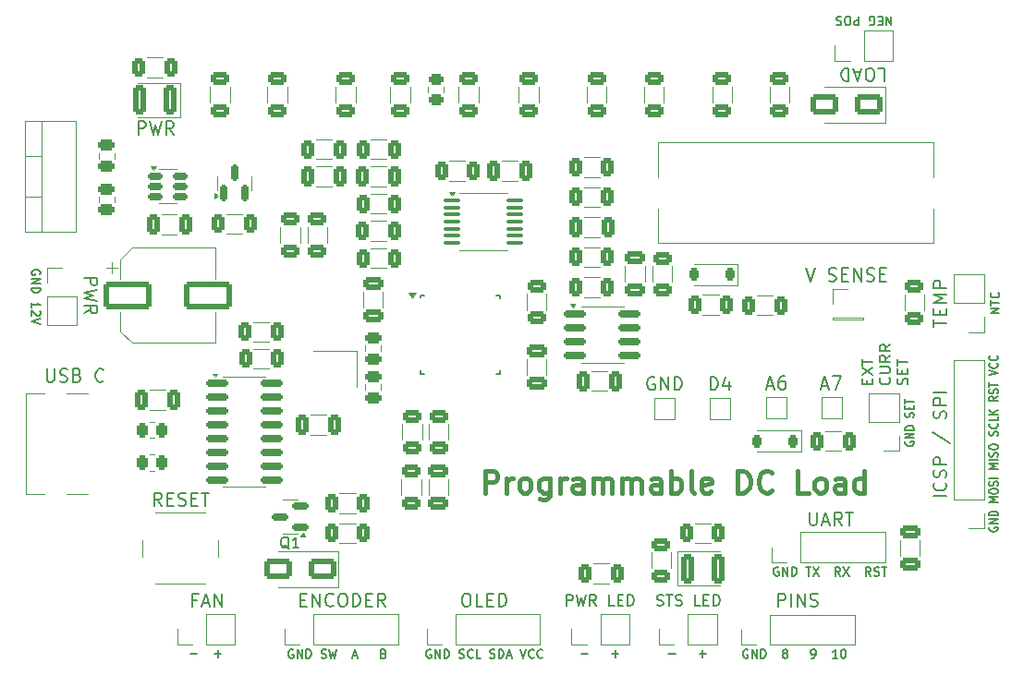
<source format=gbr>
%TF.GenerationSoftware,KiCad,Pcbnew,9.0.1*%
%TF.CreationDate,2025-04-25T18:02:47+02:00*%
%TF.ProjectId,CC_Load,43435f4c-6f61-4642-9e6b-696361645f70,rev?*%
%TF.SameCoordinates,Original*%
%TF.FileFunction,Legend,Top*%
%TF.FilePolarity,Positive*%
%FSLAX46Y46*%
G04 Gerber Fmt 4.6, Leading zero omitted, Abs format (unit mm)*
G04 Created by KiCad (PCBNEW 9.0.1) date 2025-04-25 18:02:47*
%MOMM*%
%LPD*%
G01*
G04 APERTURE LIST*
G04 Aperture macros list*
%AMRoundRect*
0 Rectangle with rounded corners*
0 $1 Rounding radius*
0 $2 $3 $4 $5 $6 $7 $8 $9 X,Y pos of 4 corners*
0 Add a 4 corners polygon primitive as box body*
4,1,4,$2,$3,$4,$5,$6,$7,$8,$9,$2,$3,0*
0 Add four circle primitives for the rounded corners*
1,1,$1+$1,$2,$3*
1,1,$1+$1,$4,$5*
1,1,$1+$1,$6,$7*
1,1,$1+$1,$8,$9*
0 Add four rect primitives between the rounded corners*
20,1,$1+$1,$2,$3,$4,$5,0*
20,1,$1+$1,$4,$5,$6,$7,0*
20,1,$1+$1,$6,$7,$8,$9,0*
20,1,$1+$1,$8,$9,$2,$3,0*%
G04 Aperture macros list end*
%ADD10C,0.200000*%
%ADD11C,0.150000*%
%ADD12C,0.400000*%
%ADD13C,0.120000*%
%ADD14RoundRect,0.250000X-0.625000X0.312500X-0.625000X-0.312500X0.625000X-0.312500X0.625000X0.312500X0*%
%ADD15R,1.600000X0.550000*%
%ADD16R,0.550000X1.600000*%
%ADD17RoundRect,0.250000X0.650000X-0.325000X0.650000X0.325000X-0.650000X0.325000X-0.650000X-0.325000X0*%
%ADD18RoundRect,0.250000X1.000000X0.650000X-1.000000X0.650000X-1.000000X-0.650000X1.000000X-0.650000X0*%
%ADD19RoundRect,0.250000X0.325000X0.650000X-0.325000X0.650000X-0.325000X-0.650000X0.325000X-0.650000X0*%
%ADD20R,2.000000X1.905000*%
%ADD21O,2.000000X1.905000*%
%ADD22R,1.500000X1.500000*%
%ADD23RoundRect,0.250000X-0.325000X-0.650000X0.325000X-0.650000X0.325000X0.650000X-0.325000X0.650000X0*%
%ADD24RoundRect,0.150000X-0.825000X-0.150000X0.825000X-0.150000X0.825000X0.150000X-0.825000X0.150000X0*%
%ADD25RoundRect,0.250000X0.312500X0.625000X-0.312500X0.625000X-0.312500X-0.625000X0.312500X-0.625000X0*%
%ADD26C,6.400000*%
%ADD27RoundRect,0.250000X-0.312500X-0.625000X0.312500X-0.625000X0.312500X0.625000X-0.312500X0.625000X0*%
%ADD28R,1.700000X1.700000*%
%ADD29C,1.700000*%
%ADD30R,1.400000X1.200000*%
%ADD31RoundRect,0.150000X0.150000X-0.587500X0.150000X0.587500X-0.150000X0.587500X-0.150000X-0.587500X0*%
%ADD32RoundRect,0.250000X0.262500X0.450000X-0.262500X0.450000X-0.262500X-0.450000X0.262500X-0.450000X0*%
%ADD33RoundRect,0.250000X0.475000X-0.250000X0.475000X0.250000X-0.475000X0.250000X-0.475000X-0.250000X0*%
%ADD34RoundRect,0.250000X0.625000X-0.312500X0.625000X0.312500X-0.625000X0.312500X-0.625000X-0.312500X0*%
%ADD35RoundRect,0.250000X-0.650000X0.325000X-0.650000X-0.325000X0.650000X-0.325000X0.650000X0.325000X0*%
%ADD36RoundRect,0.250000X0.375000X1.075000X-0.375000X1.075000X-0.375000X-1.075000X0.375000X-1.075000X0*%
%ADD37RoundRect,0.150000X-0.512500X-0.150000X0.512500X-0.150000X0.512500X0.150000X-0.512500X0.150000X0*%
%ADD38RoundRect,0.100000X-0.637500X-0.100000X0.637500X-0.100000X0.637500X0.100000X-0.637500X0.100000X0*%
%ADD39C,0.650000*%
%ADD40R,1.240000X0.600000*%
%ADD41R,1.240000X0.300000*%
%ADD42O,2.100000X1.000000*%
%ADD43O,1.800000X1.000000*%
%ADD44C,2.400000*%
%ADD45O,2.400000X2.400000*%
%ADD46RoundRect,0.250000X-0.475000X0.250000X-0.475000X-0.250000X0.475000X-0.250000X0.475000X0.250000X0*%
%ADD47RoundRect,0.250000X-0.375000X-1.075000X0.375000X-1.075000X0.375000X1.075000X-0.375000X1.075000X0*%
%ADD48RoundRect,0.225000X0.225000X0.375000X-0.225000X0.375000X-0.225000X-0.375000X0.225000X-0.375000X0*%
%ADD49RoundRect,0.250000X-1.950000X-1.000000X1.950000X-1.000000X1.950000X1.000000X-1.950000X1.000000X0*%
%ADD50C,2.000000*%
%ADD51RoundRect,0.150000X0.587500X0.150000X-0.587500X0.150000X-0.587500X-0.150000X0.587500X-0.150000X0*%
%ADD52RoundRect,0.250000X-0.450000X0.262500X-0.450000X-0.262500X0.450000X-0.262500X0.450000X0.262500X0*%
%ADD53R,1.905000X2.000000*%
%ADD54O,1.905000X2.000000*%
G04 APERTURE END LIST*
D10*
X174544742Y-104821428D02*
X173344742Y-104821428D01*
X174430457Y-103564285D02*
X174487600Y-103621428D01*
X174487600Y-103621428D02*
X174544742Y-103792856D01*
X174544742Y-103792856D02*
X174544742Y-103907142D01*
X174544742Y-103907142D02*
X174487600Y-104078571D01*
X174487600Y-104078571D02*
X174373314Y-104192856D01*
X174373314Y-104192856D02*
X174259028Y-104249999D01*
X174259028Y-104249999D02*
X174030457Y-104307142D01*
X174030457Y-104307142D02*
X173859028Y-104307142D01*
X173859028Y-104307142D02*
X173630457Y-104249999D01*
X173630457Y-104249999D02*
X173516171Y-104192856D01*
X173516171Y-104192856D02*
X173401885Y-104078571D01*
X173401885Y-104078571D02*
X173344742Y-103907142D01*
X173344742Y-103907142D02*
X173344742Y-103792856D01*
X173344742Y-103792856D02*
X173401885Y-103621428D01*
X173401885Y-103621428D02*
X173459028Y-103564285D01*
X174487600Y-103107142D02*
X174544742Y-102935714D01*
X174544742Y-102935714D02*
X174544742Y-102649999D01*
X174544742Y-102649999D02*
X174487600Y-102535714D01*
X174487600Y-102535714D02*
X174430457Y-102478571D01*
X174430457Y-102478571D02*
X174316171Y-102421428D01*
X174316171Y-102421428D02*
X174201885Y-102421428D01*
X174201885Y-102421428D02*
X174087600Y-102478571D01*
X174087600Y-102478571D02*
X174030457Y-102535714D01*
X174030457Y-102535714D02*
X173973314Y-102649999D01*
X173973314Y-102649999D02*
X173916171Y-102878571D01*
X173916171Y-102878571D02*
X173859028Y-102992856D01*
X173859028Y-102992856D02*
X173801885Y-103049999D01*
X173801885Y-103049999D02*
X173687600Y-103107142D01*
X173687600Y-103107142D02*
X173573314Y-103107142D01*
X173573314Y-103107142D02*
X173459028Y-103049999D01*
X173459028Y-103049999D02*
X173401885Y-102992856D01*
X173401885Y-102992856D02*
X173344742Y-102878571D01*
X173344742Y-102878571D02*
X173344742Y-102592856D01*
X173344742Y-102592856D02*
X173401885Y-102421428D01*
X174544742Y-101907142D02*
X173344742Y-101907142D01*
X173344742Y-101907142D02*
X173344742Y-101449999D01*
X173344742Y-101449999D02*
X173401885Y-101335714D01*
X173401885Y-101335714D02*
X173459028Y-101278571D01*
X173459028Y-101278571D02*
X173573314Y-101221428D01*
X173573314Y-101221428D02*
X173744742Y-101221428D01*
X173744742Y-101221428D02*
X173859028Y-101278571D01*
X173859028Y-101278571D02*
X173916171Y-101335714D01*
X173916171Y-101335714D02*
X173973314Y-101449999D01*
X173973314Y-101449999D02*
X173973314Y-101907142D01*
X173287600Y-98935713D02*
X174830457Y-99964285D01*
X174487600Y-97678570D02*
X174544742Y-97507142D01*
X174544742Y-97507142D02*
X174544742Y-97221427D01*
X174544742Y-97221427D02*
X174487600Y-97107142D01*
X174487600Y-97107142D02*
X174430457Y-97049999D01*
X174430457Y-97049999D02*
X174316171Y-96992856D01*
X174316171Y-96992856D02*
X174201885Y-96992856D01*
X174201885Y-96992856D02*
X174087600Y-97049999D01*
X174087600Y-97049999D02*
X174030457Y-97107142D01*
X174030457Y-97107142D02*
X173973314Y-97221427D01*
X173973314Y-97221427D02*
X173916171Y-97449999D01*
X173916171Y-97449999D02*
X173859028Y-97564284D01*
X173859028Y-97564284D02*
X173801885Y-97621427D01*
X173801885Y-97621427D02*
X173687600Y-97678570D01*
X173687600Y-97678570D02*
X173573314Y-97678570D01*
X173573314Y-97678570D02*
X173459028Y-97621427D01*
X173459028Y-97621427D02*
X173401885Y-97564284D01*
X173401885Y-97564284D02*
X173344742Y-97449999D01*
X173344742Y-97449999D02*
X173344742Y-97164284D01*
X173344742Y-97164284D02*
X173401885Y-96992856D01*
X174544742Y-96478570D02*
X173344742Y-96478570D01*
X173344742Y-96478570D02*
X173344742Y-96021427D01*
X173344742Y-96021427D02*
X173401885Y-95907142D01*
X173401885Y-95907142D02*
X173459028Y-95849999D01*
X173459028Y-95849999D02*
X173573314Y-95792856D01*
X173573314Y-95792856D02*
X173744742Y-95792856D01*
X173744742Y-95792856D02*
X173859028Y-95849999D01*
X173859028Y-95849999D02*
X173916171Y-95907142D01*
X173916171Y-95907142D02*
X173973314Y-96021427D01*
X173973314Y-96021427D02*
X173973314Y-96478570D01*
X174544742Y-95278570D02*
X173344742Y-95278570D01*
X105828572Y-114316171D02*
X105428572Y-114316171D01*
X105428572Y-114944742D02*
X105428572Y-113744742D01*
X105428572Y-113744742D02*
X106000000Y-113744742D01*
X106400000Y-114601885D02*
X106971429Y-114601885D01*
X106285714Y-114944742D02*
X106685714Y-113744742D01*
X106685714Y-113744742D02*
X107085714Y-114944742D01*
X107485714Y-114944742D02*
X107485714Y-113744742D01*
X107485714Y-113744742D02*
X108171428Y-114944742D01*
X108171428Y-114944742D02*
X108171428Y-113744742D01*
D11*
X149085714Y-119257533D02*
X149695238Y-119257533D01*
X151904762Y-119257533D02*
X152514286Y-119257533D01*
X152209524Y-119562295D02*
X152209524Y-118952771D01*
D10*
X167268465Y-94530326D02*
X167268465Y-94196993D01*
X167792275Y-94054136D02*
X167792275Y-94530326D01*
X167792275Y-94530326D02*
X166792275Y-94530326D01*
X166792275Y-94530326D02*
X166792275Y-94054136D01*
X166792275Y-93720802D02*
X167792275Y-93054136D01*
X166792275Y-93054136D02*
X167792275Y-93720802D01*
X166792275Y-92816040D02*
X166792275Y-92244612D01*
X167792275Y-92530326D02*
X166792275Y-92530326D01*
X169306980Y-93958898D02*
X169354600Y-94006517D01*
X169354600Y-94006517D02*
X169402219Y-94149374D01*
X169402219Y-94149374D02*
X169402219Y-94244612D01*
X169402219Y-94244612D02*
X169354600Y-94387469D01*
X169354600Y-94387469D02*
X169259361Y-94482707D01*
X169259361Y-94482707D02*
X169164123Y-94530326D01*
X169164123Y-94530326D02*
X168973647Y-94577945D01*
X168973647Y-94577945D02*
X168830790Y-94577945D01*
X168830790Y-94577945D02*
X168640314Y-94530326D01*
X168640314Y-94530326D02*
X168545076Y-94482707D01*
X168545076Y-94482707D02*
X168449838Y-94387469D01*
X168449838Y-94387469D02*
X168402219Y-94244612D01*
X168402219Y-94244612D02*
X168402219Y-94149374D01*
X168402219Y-94149374D02*
X168449838Y-94006517D01*
X168449838Y-94006517D02*
X168497457Y-93958898D01*
X168402219Y-93530326D02*
X169211742Y-93530326D01*
X169211742Y-93530326D02*
X169306980Y-93482707D01*
X169306980Y-93482707D02*
X169354600Y-93435088D01*
X169354600Y-93435088D02*
X169402219Y-93339850D01*
X169402219Y-93339850D02*
X169402219Y-93149374D01*
X169402219Y-93149374D02*
X169354600Y-93054136D01*
X169354600Y-93054136D02*
X169306980Y-93006517D01*
X169306980Y-93006517D02*
X169211742Y-92958898D01*
X169211742Y-92958898D02*
X168402219Y-92958898D01*
X169402219Y-91911279D02*
X168926028Y-92244612D01*
X169402219Y-92482707D02*
X168402219Y-92482707D01*
X168402219Y-92482707D02*
X168402219Y-92101755D01*
X168402219Y-92101755D02*
X168449838Y-92006517D01*
X168449838Y-92006517D02*
X168497457Y-91958898D01*
X168497457Y-91958898D02*
X168592695Y-91911279D01*
X168592695Y-91911279D02*
X168735552Y-91911279D01*
X168735552Y-91911279D02*
X168830790Y-91958898D01*
X168830790Y-91958898D02*
X168878409Y-92006517D01*
X168878409Y-92006517D02*
X168926028Y-92101755D01*
X168926028Y-92101755D02*
X168926028Y-92482707D01*
X169402219Y-90911279D02*
X168926028Y-91244612D01*
X169402219Y-91482707D02*
X168402219Y-91482707D01*
X168402219Y-91482707D02*
X168402219Y-91101755D01*
X168402219Y-91101755D02*
X168449838Y-91006517D01*
X168449838Y-91006517D02*
X168497457Y-90958898D01*
X168497457Y-90958898D02*
X168592695Y-90911279D01*
X168592695Y-90911279D02*
X168735552Y-90911279D01*
X168735552Y-90911279D02*
X168830790Y-90958898D01*
X168830790Y-90958898D02*
X168878409Y-91006517D01*
X168878409Y-91006517D02*
X168926028Y-91101755D01*
X168926028Y-91101755D02*
X168926028Y-91482707D01*
X170964544Y-94577945D02*
X171012163Y-94435088D01*
X171012163Y-94435088D02*
X171012163Y-94196993D01*
X171012163Y-94196993D02*
X170964544Y-94101755D01*
X170964544Y-94101755D02*
X170916924Y-94054136D01*
X170916924Y-94054136D02*
X170821686Y-94006517D01*
X170821686Y-94006517D02*
X170726448Y-94006517D01*
X170726448Y-94006517D02*
X170631210Y-94054136D01*
X170631210Y-94054136D02*
X170583591Y-94101755D01*
X170583591Y-94101755D02*
X170535972Y-94196993D01*
X170535972Y-94196993D02*
X170488353Y-94387469D01*
X170488353Y-94387469D02*
X170440734Y-94482707D01*
X170440734Y-94482707D02*
X170393115Y-94530326D01*
X170393115Y-94530326D02*
X170297877Y-94577945D01*
X170297877Y-94577945D02*
X170202639Y-94577945D01*
X170202639Y-94577945D02*
X170107401Y-94530326D01*
X170107401Y-94530326D02*
X170059782Y-94482707D01*
X170059782Y-94482707D02*
X170012163Y-94387469D01*
X170012163Y-94387469D02*
X170012163Y-94149374D01*
X170012163Y-94149374D02*
X170059782Y-94006517D01*
X170488353Y-93577945D02*
X170488353Y-93244612D01*
X171012163Y-93101755D02*
X171012163Y-93577945D01*
X171012163Y-93577945D02*
X170012163Y-93577945D01*
X170012163Y-93577945D02*
X170012163Y-93101755D01*
X170012163Y-92816040D02*
X170012163Y-92244612D01*
X171012163Y-92530326D02*
X170012163Y-92530326D01*
D12*
X132269347Y-104494438D02*
X132269347Y-102494438D01*
X132269347Y-102494438D02*
X133031252Y-102494438D01*
X133031252Y-102494438D02*
X133221728Y-102589676D01*
X133221728Y-102589676D02*
X133316966Y-102684914D01*
X133316966Y-102684914D02*
X133412204Y-102875390D01*
X133412204Y-102875390D02*
X133412204Y-103161104D01*
X133412204Y-103161104D02*
X133316966Y-103351580D01*
X133316966Y-103351580D02*
X133221728Y-103446819D01*
X133221728Y-103446819D02*
X133031252Y-103542057D01*
X133031252Y-103542057D02*
X132269347Y-103542057D01*
X134269347Y-104494438D02*
X134269347Y-103161104D01*
X134269347Y-103542057D02*
X134364585Y-103351580D01*
X134364585Y-103351580D02*
X134459823Y-103256342D01*
X134459823Y-103256342D02*
X134650299Y-103161104D01*
X134650299Y-103161104D02*
X134840776Y-103161104D01*
X135793156Y-104494438D02*
X135602680Y-104399200D01*
X135602680Y-104399200D02*
X135507442Y-104303961D01*
X135507442Y-104303961D02*
X135412204Y-104113485D01*
X135412204Y-104113485D02*
X135412204Y-103542057D01*
X135412204Y-103542057D02*
X135507442Y-103351580D01*
X135507442Y-103351580D02*
X135602680Y-103256342D01*
X135602680Y-103256342D02*
X135793156Y-103161104D01*
X135793156Y-103161104D02*
X136078871Y-103161104D01*
X136078871Y-103161104D02*
X136269347Y-103256342D01*
X136269347Y-103256342D02*
X136364585Y-103351580D01*
X136364585Y-103351580D02*
X136459823Y-103542057D01*
X136459823Y-103542057D02*
X136459823Y-104113485D01*
X136459823Y-104113485D02*
X136364585Y-104303961D01*
X136364585Y-104303961D02*
X136269347Y-104399200D01*
X136269347Y-104399200D02*
X136078871Y-104494438D01*
X136078871Y-104494438D02*
X135793156Y-104494438D01*
X138174109Y-103161104D02*
X138174109Y-104780152D01*
X138174109Y-104780152D02*
X138078871Y-104970628D01*
X138078871Y-104970628D02*
X137983633Y-105065866D01*
X137983633Y-105065866D02*
X137793156Y-105161104D01*
X137793156Y-105161104D02*
X137507442Y-105161104D01*
X137507442Y-105161104D02*
X137316966Y-105065866D01*
X138174109Y-104399200D02*
X137983633Y-104494438D01*
X137983633Y-104494438D02*
X137602680Y-104494438D01*
X137602680Y-104494438D02*
X137412204Y-104399200D01*
X137412204Y-104399200D02*
X137316966Y-104303961D01*
X137316966Y-104303961D02*
X137221728Y-104113485D01*
X137221728Y-104113485D02*
X137221728Y-103542057D01*
X137221728Y-103542057D02*
X137316966Y-103351580D01*
X137316966Y-103351580D02*
X137412204Y-103256342D01*
X137412204Y-103256342D02*
X137602680Y-103161104D01*
X137602680Y-103161104D02*
X137983633Y-103161104D01*
X137983633Y-103161104D02*
X138174109Y-103256342D01*
X139126490Y-104494438D02*
X139126490Y-103161104D01*
X139126490Y-103542057D02*
X139221728Y-103351580D01*
X139221728Y-103351580D02*
X139316966Y-103256342D01*
X139316966Y-103256342D02*
X139507442Y-103161104D01*
X139507442Y-103161104D02*
X139697919Y-103161104D01*
X141221728Y-104494438D02*
X141221728Y-103446819D01*
X141221728Y-103446819D02*
X141126490Y-103256342D01*
X141126490Y-103256342D02*
X140936014Y-103161104D01*
X140936014Y-103161104D02*
X140555061Y-103161104D01*
X140555061Y-103161104D02*
X140364585Y-103256342D01*
X141221728Y-104399200D02*
X141031252Y-104494438D01*
X141031252Y-104494438D02*
X140555061Y-104494438D01*
X140555061Y-104494438D02*
X140364585Y-104399200D01*
X140364585Y-104399200D02*
X140269347Y-104208723D01*
X140269347Y-104208723D02*
X140269347Y-104018247D01*
X140269347Y-104018247D02*
X140364585Y-103827771D01*
X140364585Y-103827771D02*
X140555061Y-103732533D01*
X140555061Y-103732533D02*
X141031252Y-103732533D01*
X141031252Y-103732533D02*
X141221728Y-103637295D01*
X142174109Y-104494438D02*
X142174109Y-103161104D01*
X142174109Y-103351580D02*
X142269347Y-103256342D01*
X142269347Y-103256342D02*
X142459823Y-103161104D01*
X142459823Y-103161104D02*
X142745538Y-103161104D01*
X142745538Y-103161104D02*
X142936014Y-103256342D01*
X142936014Y-103256342D02*
X143031252Y-103446819D01*
X143031252Y-103446819D02*
X143031252Y-104494438D01*
X143031252Y-103446819D02*
X143126490Y-103256342D01*
X143126490Y-103256342D02*
X143316966Y-103161104D01*
X143316966Y-103161104D02*
X143602680Y-103161104D01*
X143602680Y-103161104D02*
X143793157Y-103256342D01*
X143793157Y-103256342D02*
X143888395Y-103446819D01*
X143888395Y-103446819D02*
X143888395Y-104494438D01*
X144840776Y-104494438D02*
X144840776Y-103161104D01*
X144840776Y-103351580D02*
X144936014Y-103256342D01*
X144936014Y-103256342D02*
X145126490Y-103161104D01*
X145126490Y-103161104D02*
X145412205Y-103161104D01*
X145412205Y-103161104D02*
X145602681Y-103256342D01*
X145602681Y-103256342D02*
X145697919Y-103446819D01*
X145697919Y-103446819D02*
X145697919Y-104494438D01*
X145697919Y-103446819D02*
X145793157Y-103256342D01*
X145793157Y-103256342D02*
X145983633Y-103161104D01*
X145983633Y-103161104D02*
X146269347Y-103161104D01*
X146269347Y-103161104D02*
X146459824Y-103256342D01*
X146459824Y-103256342D02*
X146555062Y-103446819D01*
X146555062Y-103446819D02*
X146555062Y-104494438D01*
X148364586Y-104494438D02*
X148364586Y-103446819D01*
X148364586Y-103446819D02*
X148269348Y-103256342D01*
X148269348Y-103256342D02*
X148078872Y-103161104D01*
X148078872Y-103161104D02*
X147697919Y-103161104D01*
X147697919Y-103161104D02*
X147507443Y-103256342D01*
X148364586Y-104399200D02*
X148174110Y-104494438D01*
X148174110Y-104494438D02*
X147697919Y-104494438D01*
X147697919Y-104494438D02*
X147507443Y-104399200D01*
X147507443Y-104399200D02*
X147412205Y-104208723D01*
X147412205Y-104208723D02*
X147412205Y-104018247D01*
X147412205Y-104018247D02*
X147507443Y-103827771D01*
X147507443Y-103827771D02*
X147697919Y-103732533D01*
X147697919Y-103732533D02*
X148174110Y-103732533D01*
X148174110Y-103732533D02*
X148364586Y-103637295D01*
X149316967Y-104494438D02*
X149316967Y-102494438D01*
X149316967Y-103256342D02*
X149507443Y-103161104D01*
X149507443Y-103161104D02*
X149888396Y-103161104D01*
X149888396Y-103161104D02*
X150078872Y-103256342D01*
X150078872Y-103256342D02*
X150174110Y-103351580D01*
X150174110Y-103351580D02*
X150269348Y-103542057D01*
X150269348Y-103542057D02*
X150269348Y-104113485D01*
X150269348Y-104113485D02*
X150174110Y-104303961D01*
X150174110Y-104303961D02*
X150078872Y-104399200D01*
X150078872Y-104399200D02*
X149888396Y-104494438D01*
X149888396Y-104494438D02*
X149507443Y-104494438D01*
X149507443Y-104494438D02*
X149316967Y-104399200D01*
X151412205Y-104494438D02*
X151221729Y-104399200D01*
X151221729Y-104399200D02*
X151126491Y-104208723D01*
X151126491Y-104208723D02*
X151126491Y-102494438D01*
X152936015Y-104399200D02*
X152745539Y-104494438D01*
X152745539Y-104494438D02*
X152364586Y-104494438D01*
X152364586Y-104494438D02*
X152174110Y-104399200D01*
X152174110Y-104399200D02*
X152078872Y-104208723D01*
X152078872Y-104208723D02*
X152078872Y-103446819D01*
X152078872Y-103446819D02*
X152174110Y-103256342D01*
X152174110Y-103256342D02*
X152364586Y-103161104D01*
X152364586Y-103161104D02*
X152745539Y-103161104D01*
X152745539Y-103161104D02*
X152936015Y-103256342D01*
X152936015Y-103256342D02*
X153031253Y-103446819D01*
X153031253Y-103446819D02*
X153031253Y-103637295D01*
X153031253Y-103637295D02*
X152078872Y-103827771D01*
X155412206Y-104494438D02*
X155412206Y-102494438D01*
X155412206Y-102494438D02*
X155888396Y-102494438D01*
X155888396Y-102494438D02*
X156174111Y-102589676D01*
X156174111Y-102589676D02*
X156364587Y-102780152D01*
X156364587Y-102780152D02*
X156459825Y-102970628D01*
X156459825Y-102970628D02*
X156555063Y-103351580D01*
X156555063Y-103351580D02*
X156555063Y-103637295D01*
X156555063Y-103637295D02*
X156459825Y-104018247D01*
X156459825Y-104018247D02*
X156364587Y-104208723D01*
X156364587Y-104208723D02*
X156174111Y-104399200D01*
X156174111Y-104399200D02*
X155888396Y-104494438D01*
X155888396Y-104494438D02*
X155412206Y-104494438D01*
X158555063Y-104303961D02*
X158459825Y-104399200D01*
X158459825Y-104399200D02*
X158174111Y-104494438D01*
X158174111Y-104494438D02*
X157983635Y-104494438D01*
X157983635Y-104494438D02*
X157697920Y-104399200D01*
X157697920Y-104399200D02*
X157507444Y-104208723D01*
X157507444Y-104208723D02*
X157412206Y-104018247D01*
X157412206Y-104018247D02*
X157316968Y-103637295D01*
X157316968Y-103637295D02*
X157316968Y-103351580D01*
X157316968Y-103351580D02*
X157412206Y-102970628D01*
X157412206Y-102970628D02*
X157507444Y-102780152D01*
X157507444Y-102780152D02*
X157697920Y-102589676D01*
X157697920Y-102589676D02*
X157983635Y-102494438D01*
X157983635Y-102494438D02*
X158174111Y-102494438D01*
X158174111Y-102494438D02*
X158459825Y-102589676D01*
X158459825Y-102589676D02*
X158555063Y-102684914D01*
X161888397Y-104494438D02*
X160936016Y-104494438D01*
X160936016Y-104494438D02*
X160936016Y-102494438D01*
X162840778Y-104494438D02*
X162650302Y-104399200D01*
X162650302Y-104399200D02*
X162555064Y-104303961D01*
X162555064Y-104303961D02*
X162459826Y-104113485D01*
X162459826Y-104113485D02*
X162459826Y-103542057D01*
X162459826Y-103542057D02*
X162555064Y-103351580D01*
X162555064Y-103351580D02*
X162650302Y-103256342D01*
X162650302Y-103256342D02*
X162840778Y-103161104D01*
X162840778Y-103161104D02*
X163126493Y-103161104D01*
X163126493Y-103161104D02*
X163316969Y-103256342D01*
X163316969Y-103256342D02*
X163412207Y-103351580D01*
X163412207Y-103351580D02*
X163507445Y-103542057D01*
X163507445Y-103542057D02*
X163507445Y-104113485D01*
X163507445Y-104113485D02*
X163412207Y-104303961D01*
X163412207Y-104303961D02*
X163316969Y-104399200D01*
X163316969Y-104399200D02*
X163126493Y-104494438D01*
X163126493Y-104494438D02*
X162840778Y-104494438D01*
X165221731Y-104494438D02*
X165221731Y-103446819D01*
X165221731Y-103446819D02*
X165126493Y-103256342D01*
X165126493Y-103256342D02*
X164936017Y-103161104D01*
X164936017Y-103161104D02*
X164555064Y-103161104D01*
X164555064Y-103161104D02*
X164364588Y-103256342D01*
X165221731Y-104399200D02*
X165031255Y-104494438D01*
X165031255Y-104494438D02*
X164555064Y-104494438D01*
X164555064Y-104494438D02*
X164364588Y-104399200D01*
X164364588Y-104399200D02*
X164269350Y-104208723D01*
X164269350Y-104208723D02*
X164269350Y-104018247D01*
X164269350Y-104018247D02*
X164364588Y-103827771D01*
X164364588Y-103827771D02*
X164555064Y-103732533D01*
X164555064Y-103732533D02*
X165031255Y-103732533D01*
X165031255Y-103732533D02*
X165221731Y-103637295D01*
X167031255Y-104494438D02*
X167031255Y-102494438D01*
X167031255Y-104399200D02*
X166840779Y-104494438D01*
X166840779Y-104494438D02*
X166459826Y-104494438D01*
X166459826Y-104494438D02*
X166269350Y-104399200D01*
X166269350Y-104399200D02*
X166174112Y-104303961D01*
X166174112Y-104303961D02*
X166078874Y-104113485D01*
X166078874Y-104113485D02*
X166078874Y-103542057D01*
X166078874Y-103542057D02*
X166174112Y-103351580D01*
X166174112Y-103351580D02*
X166269350Y-103256342D01*
X166269350Y-103256342D02*
X166459826Y-103161104D01*
X166459826Y-103161104D02*
X166840779Y-103161104D01*
X166840779Y-103161104D02*
X167031255Y-103256342D01*
D10*
X152911286Y-95088742D02*
X152911286Y-93888742D01*
X152911286Y-93888742D02*
X153197000Y-93888742D01*
X153197000Y-93888742D02*
X153368429Y-93945885D01*
X153368429Y-93945885D02*
X153482714Y-94060171D01*
X153482714Y-94060171D02*
X153539857Y-94174457D01*
X153539857Y-94174457D02*
X153597000Y-94403028D01*
X153597000Y-94403028D02*
X153597000Y-94574457D01*
X153597000Y-94574457D02*
X153539857Y-94803028D01*
X153539857Y-94803028D02*
X153482714Y-94917314D01*
X153482714Y-94917314D02*
X153368429Y-95031600D01*
X153368429Y-95031600D02*
X153197000Y-95088742D01*
X153197000Y-95088742D02*
X152911286Y-95088742D01*
X154625572Y-94288742D02*
X154625572Y-95088742D01*
X154339857Y-93831600D02*
X154054143Y-94688742D01*
X154054143Y-94688742D02*
X154797000Y-94688742D01*
X158113857Y-94671885D02*
X158685286Y-94671885D01*
X157999571Y-95014742D02*
X158399571Y-93814742D01*
X158399571Y-93814742D02*
X158799571Y-95014742D01*
X159713857Y-93814742D02*
X159485285Y-93814742D01*
X159485285Y-93814742D02*
X159370999Y-93871885D01*
X159370999Y-93871885D02*
X159313857Y-93929028D01*
X159313857Y-93929028D02*
X159199571Y-94100457D01*
X159199571Y-94100457D02*
X159142428Y-94329028D01*
X159142428Y-94329028D02*
X159142428Y-94786171D01*
X159142428Y-94786171D02*
X159199571Y-94900457D01*
X159199571Y-94900457D02*
X159256714Y-94957600D01*
X159256714Y-94957600D02*
X159370999Y-95014742D01*
X159370999Y-95014742D02*
X159599571Y-95014742D01*
X159599571Y-95014742D02*
X159713857Y-94957600D01*
X159713857Y-94957600D02*
X159770999Y-94900457D01*
X159770999Y-94900457D02*
X159828142Y-94786171D01*
X159828142Y-94786171D02*
X159828142Y-94500457D01*
X159828142Y-94500457D02*
X159770999Y-94386171D01*
X159770999Y-94386171D02*
X159713857Y-94329028D01*
X159713857Y-94329028D02*
X159599571Y-94271885D01*
X159599571Y-94271885D02*
X159370999Y-94271885D01*
X159370999Y-94271885D02*
X159256714Y-94329028D01*
X159256714Y-94329028D02*
X159199571Y-94386171D01*
X159199571Y-94386171D02*
X159142428Y-94500457D01*
D11*
X170800390Y-99816665D02*
X170762295Y-99883332D01*
X170762295Y-99883332D02*
X170762295Y-99983332D01*
X170762295Y-99983332D02*
X170800390Y-100083332D01*
X170800390Y-100083332D02*
X170876580Y-100149999D01*
X170876580Y-100149999D02*
X170952771Y-100183332D01*
X170952771Y-100183332D02*
X171105152Y-100216665D01*
X171105152Y-100216665D02*
X171219438Y-100216665D01*
X171219438Y-100216665D02*
X171371819Y-100183332D01*
X171371819Y-100183332D02*
X171448009Y-100149999D01*
X171448009Y-100149999D02*
X171524200Y-100083332D01*
X171524200Y-100083332D02*
X171562295Y-99983332D01*
X171562295Y-99983332D02*
X171562295Y-99916665D01*
X171562295Y-99916665D02*
X171524200Y-99816665D01*
X171524200Y-99816665D02*
X171486104Y-99783332D01*
X171486104Y-99783332D02*
X171219438Y-99783332D01*
X171219438Y-99783332D02*
X171219438Y-99916665D01*
X171562295Y-99483332D02*
X170762295Y-99483332D01*
X170762295Y-99483332D02*
X171562295Y-99083332D01*
X171562295Y-99083332D02*
X170762295Y-99083332D01*
X171562295Y-98749999D02*
X170762295Y-98749999D01*
X170762295Y-98749999D02*
X170762295Y-98583332D01*
X170762295Y-98583332D02*
X170800390Y-98483332D01*
X170800390Y-98483332D02*
X170876580Y-98416666D01*
X170876580Y-98416666D02*
X170952771Y-98383332D01*
X170952771Y-98383332D02*
X171105152Y-98349999D01*
X171105152Y-98349999D02*
X171219438Y-98349999D01*
X171219438Y-98349999D02*
X171371819Y-98383332D01*
X171371819Y-98383332D02*
X171448009Y-98416666D01*
X171448009Y-98416666D02*
X171524200Y-98483332D01*
X171524200Y-98483332D02*
X171562295Y-98583332D01*
X171562295Y-98583332D02*
X171562295Y-98749999D01*
X171524200Y-97549999D02*
X171562295Y-97449999D01*
X171562295Y-97449999D02*
X171562295Y-97283333D01*
X171562295Y-97283333D02*
X171524200Y-97216666D01*
X171524200Y-97216666D02*
X171486104Y-97183333D01*
X171486104Y-97183333D02*
X171409914Y-97149999D01*
X171409914Y-97149999D02*
X171333723Y-97149999D01*
X171333723Y-97149999D02*
X171257533Y-97183333D01*
X171257533Y-97183333D02*
X171219438Y-97216666D01*
X171219438Y-97216666D02*
X171181342Y-97283333D01*
X171181342Y-97283333D02*
X171143247Y-97416666D01*
X171143247Y-97416666D02*
X171105152Y-97483333D01*
X171105152Y-97483333D02*
X171067057Y-97516666D01*
X171067057Y-97516666D02*
X170990866Y-97549999D01*
X170990866Y-97549999D02*
X170914676Y-97549999D01*
X170914676Y-97549999D02*
X170838485Y-97516666D01*
X170838485Y-97516666D02*
X170800390Y-97483333D01*
X170800390Y-97483333D02*
X170762295Y-97416666D01*
X170762295Y-97416666D02*
X170762295Y-97249999D01*
X170762295Y-97249999D02*
X170800390Y-97149999D01*
X171143247Y-96849999D02*
X171143247Y-96616666D01*
X171562295Y-96516666D02*
X171562295Y-96849999D01*
X171562295Y-96849999D02*
X170762295Y-96849999D01*
X170762295Y-96849999D02*
X170762295Y-96516666D01*
X170762295Y-96316666D02*
X170762295Y-95916666D01*
X171562295Y-96116666D02*
X170762295Y-96116666D01*
X114680951Y-118900390D02*
X114604761Y-118862295D01*
X114604761Y-118862295D02*
X114490475Y-118862295D01*
X114490475Y-118862295D02*
X114376189Y-118900390D01*
X114376189Y-118900390D02*
X114299999Y-118976580D01*
X114299999Y-118976580D02*
X114261904Y-119052771D01*
X114261904Y-119052771D02*
X114223808Y-119205152D01*
X114223808Y-119205152D02*
X114223808Y-119319438D01*
X114223808Y-119319438D02*
X114261904Y-119471819D01*
X114261904Y-119471819D02*
X114299999Y-119548009D01*
X114299999Y-119548009D02*
X114376189Y-119624200D01*
X114376189Y-119624200D02*
X114490475Y-119662295D01*
X114490475Y-119662295D02*
X114566666Y-119662295D01*
X114566666Y-119662295D02*
X114680951Y-119624200D01*
X114680951Y-119624200D02*
X114719047Y-119586104D01*
X114719047Y-119586104D02*
X114719047Y-119319438D01*
X114719047Y-119319438D02*
X114566666Y-119319438D01*
X115061904Y-119662295D02*
X115061904Y-118862295D01*
X115061904Y-118862295D02*
X115519047Y-119662295D01*
X115519047Y-119662295D02*
X115519047Y-118862295D01*
X115899999Y-119662295D02*
X115899999Y-118862295D01*
X115899999Y-118862295D02*
X116090475Y-118862295D01*
X116090475Y-118862295D02*
X116204761Y-118900390D01*
X116204761Y-118900390D02*
X116280951Y-118976580D01*
X116280951Y-118976580D02*
X116319046Y-119052771D01*
X116319046Y-119052771D02*
X116357142Y-119205152D01*
X116357142Y-119205152D02*
X116357142Y-119319438D01*
X116357142Y-119319438D02*
X116319046Y-119471819D01*
X116319046Y-119471819D02*
X116280951Y-119548009D01*
X116280951Y-119548009D02*
X116204761Y-119624200D01*
X116204761Y-119624200D02*
X116090475Y-119662295D01*
X116090475Y-119662295D02*
X115899999Y-119662295D01*
X117271427Y-119624200D02*
X117385713Y-119662295D01*
X117385713Y-119662295D02*
X117576189Y-119662295D01*
X117576189Y-119662295D02*
X117652380Y-119624200D01*
X117652380Y-119624200D02*
X117690475Y-119586104D01*
X117690475Y-119586104D02*
X117728570Y-119509914D01*
X117728570Y-119509914D02*
X117728570Y-119433723D01*
X117728570Y-119433723D02*
X117690475Y-119357533D01*
X117690475Y-119357533D02*
X117652380Y-119319438D01*
X117652380Y-119319438D02*
X117576189Y-119281342D01*
X117576189Y-119281342D02*
X117423808Y-119243247D01*
X117423808Y-119243247D02*
X117347618Y-119205152D01*
X117347618Y-119205152D02*
X117309523Y-119167057D01*
X117309523Y-119167057D02*
X117271427Y-119090866D01*
X117271427Y-119090866D02*
X117271427Y-119014676D01*
X117271427Y-119014676D02*
X117309523Y-118938485D01*
X117309523Y-118938485D02*
X117347618Y-118900390D01*
X117347618Y-118900390D02*
X117423808Y-118862295D01*
X117423808Y-118862295D02*
X117614285Y-118862295D01*
X117614285Y-118862295D02*
X117728570Y-118900390D01*
X117995237Y-118862295D02*
X118185713Y-119662295D01*
X118185713Y-119662295D02*
X118338094Y-119090866D01*
X118338094Y-119090866D02*
X118490475Y-119662295D01*
X118490475Y-119662295D02*
X118680952Y-118862295D01*
X120166666Y-119433723D02*
X120547619Y-119433723D01*
X120090476Y-119662295D02*
X120357143Y-118862295D01*
X120357143Y-118862295D02*
X120623809Y-119662295D01*
X122985714Y-119243247D02*
X123100000Y-119281342D01*
X123100000Y-119281342D02*
X123138095Y-119319438D01*
X123138095Y-119319438D02*
X123176191Y-119395628D01*
X123176191Y-119395628D02*
X123176191Y-119509914D01*
X123176191Y-119509914D02*
X123138095Y-119586104D01*
X123138095Y-119586104D02*
X123100000Y-119624200D01*
X123100000Y-119624200D02*
X123023810Y-119662295D01*
X123023810Y-119662295D02*
X122719048Y-119662295D01*
X122719048Y-119662295D02*
X122719048Y-118862295D01*
X122719048Y-118862295D02*
X122985714Y-118862295D01*
X122985714Y-118862295D02*
X123061905Y-118900390D01*
X123061905Y-118900390D02*
X123100000Y-118938485D01*
X123100000Y-118938485D02*
X123138095Y-119014676D01*
X123138095Y-119014676D02*
X123138095Y-119090866D01*
X123138095Y-119090866D02*
X123100000Y-119167057D01*
X123100000Y-119167057D02*
X123061905Y-119205152D01*
X123061905Y-119205152D02*
X122985714Y-119243247D01*
X122985714Y-119243247D02*
X122719048Y-119243247D01*
D10*
X139728571Y-114852219D02*
X139728571Y-113852219D01*
X139728571Y-113852219D02*
X140109523Y-113852219D01*
X140109523Y-113852219D02*
X140204761Y-113899838D01*
X140204761Y-113899838D02*
X140252380Y-113947457D01*
X140252380Y-113947457D02*
X140299999Y-114042695D01*
X140299999Y-114042695D02*
X140299999Y-114185552D01*
X140299999Y-114185552D02*
X140252380Y-114280790D01*
X140252380Y-114280790D02*
X140204761Y-114328409D01*
X140204761Y-114328409D02*
X140109523Y-114376028D01*
X140109523Y-114376028D02*
X139728571Y-114376028D01*
X140633333Y-113852219D02*
X140871428Y-114852219D01*
X140871428Y-114852219D02*
X141061904Y-114137933D01*
X141061904Y-114137933D02*
X141252380Y-114852219D01*
X141252380Y-114852219D02*
X141490476Y-113852219D01*
X142442856Y-114852219D02*
X142109523Y-114376028D01*
X141871428Y-114852219D02*
X141871428Y-113852219D01*
X141871428Y-113852219D02*
X142252380Y-113852219D01*
X142252380Y-113852219D02*
X142347618Y-113899838D01*
X142347618Y-113899838D02*
X142395237Y-113947457D01*
X142395237Y-113947457D02*
X142442856Y-114042695D01*
X142442856Y-114042695D02*
X142442856Y-114185552D01*
X142442856Y-114185552D02*
X142395237Y-114280790D01*
X142395237Y-114280790D02*
X142347618Y-114328409D01*
X142347618Y-114328409D02*
X142252380Y-114376028D01*
X142252380Y-114376028D02*
X141871428Y-114376028D01*
X144109523Y-114852219D02*
X143633333Y-114852219D01*
X143633333Y-114852219D02*
X143633333Y-113852219D01*
X144442857Y-114328409D02*
X144776190Y-114328409D01*
X144919047Y-114852219D02*
X144442857Y-114852219D01*
X144442857Y-114852219D02*
X144442857Y-113852219D01*
X144442857Y-113852219D02*
X144919047Y-113852219D01*
X145347619Y-114852219D02*
X145347619Y-113852219D01*
X145347619Y-113852219D02*
X145585714Y-113852219D01*
X145585714Y-113852219D02*
X145728571Y-113899838D01*
X145728571Y-113899838D02*
X145823809Y-113995076D01*
X145823809Y-113995076D02*
X145871428Y-114090314D01*
X145871428Y-114090314D02*
X145919047Y-114280790D01*
X145919047Y-114280790D02*
X145919047Y-114423647D01*
X145919047Y-114423647D02*
X145871428Y-114614123D01*
X145871428Y-114614123D02*
X145823809Y-114709361D01*
X145823809Y-114709361D02*
X145728571Y-114804600D01*
X145728571Y-114804600D02*
X145585714Y-114852219D01*
X145585714Y-114852219D02*
X145347619Y-114852219D01*
D11*
X91499609Y-84480952D02*
X91537704Y-84404762D01*
X91537704Y-84404762D02*
X91537704Y-84290476D01*
X91537704Y-84290476D02*
X91499609Y-84176190D01*
X91499609Y-84176190D02*
X91423419Y-84100000D01*
X91423419Y-84100000D02*
X91347228Y-84061905D01*
X91347228Y-84061905D02*
X91194847Y-84023809D01*
X91194847Y-84023809D02*
X91080561Y-84023809D01*
X91080561Y-84023809D02*
X90928180Y-84061905D01*
X90928180Y-84061905D02*
X90851990Y-84100000D01*
X90851990Y-84100000D02*
X90775800Y-84176190D01*
X90775800Y-84176190D02*
X90737704Y-84290476D01*
X90737704Y-84290476D02*
X90737704Y-84366667D01*
X90737704Y-84366667D02*
X90775800Y-84480952D01*
X90775800Y-84480952D02*
X90813895Y-84519048D01*
X90813895Y-84519048D02*
X91080561Y-84519048D01*
X91080561Y-84519048D02*
X91080561Y-84366667D01*
X90737704Y-84861905D02*
X91537704Y-84861905D01*
X91537704Y-84861905D02*
X90737704Y-85319048D01*
X90737704Y-85319048D02*
X91537704Y-85319048D01*
X90737704Y-85700000D02*
X91537704Y-85700000D01*
X91537704Y-85700000D02*
X91537704Y-85890476D01*
X91537704Y-85890476D02*
X91499609Y-86004762D01*
X91499609Y-86004762D02*
X91423419Y-86080952D01*
X91423419Y-86080952D02*
X91347228Y-86119047D01*
X91347228Y-86119047D02*
X91194847Y-86157143D01*
X91194847Y-86157143D02*
X91080561Y-86157143D01*
X91080561Y-86157143D02*
X90928180Y-86119047D01*
X90928180Y-86119047D02*
X90851990Y-86080952D01*
X90851990Y-86080952D02*
X90775800Y-86004762D01*
X90775800Y-86004762D02*
X90737704Y-85890476D01*
X90737704Y-85890476D02*
X90737704Y-85700000D01*
X90737704Y-87528571D02*
X90737704Y-87071428D01*
X90737704Y-87300000D02*
X91537704Y-87300000D01*
X91537704Y-87300000D02*
X91423419Y-87223809D01*
X91423419Y-87223809D02*
X91347228Y-87147619D01*
X91347228Y-87147619D02*
X91309133Y-87071428D01*
X91461514Y-87833333D02*
X91499609Y-87871429D01*
X91499609Y-87871429D02*
X91537704Y-87947619D01*
X91537704Y-87947619D02*
X91537704Y-88138095D01*
X91537704Y-88138095D02*
X91499609Y-88214286D01*
X91499609Y-88214286D02*
X91461514Y-88252381D01*
X91461514Y-88252381D02*
X91385323Y-88290476D01*
X91385323Y-88290476D02*
X91309133Y-88290476D01*
X91309133Y-88290476D02*
X91194847Y-88252381D01*
X91194847Y-88252381D02*
X90737704Y-87795238D01*
X90737704Y-87795238D02*
X90737704Y-88290476D01*
X91537704Y-88519048D02*
X90737704Y-88785715D01*
X90737704Y-88785715D02*
X91537704Y-89052381D01*
D10*
X163113857Y-94671885D02*
X163685286Y-94671885D01*
X162999571Y-95014742D02*
X163399571Y-93814742D01*
X163399571Y-93814742D02*
X163799571Y-95014742D01*
X164085285Y-93814742D02*
X164885285Y-93814742D01*
X164885285Y-93814742D02*
X164370999Y-95014742D01*
X102651143Y-105700742D02*
X102251143Y-105129314D01*
X101965429Y-105700742D02*
X101965429Y-104500742D01*
X101965429Y-104500742D02*
X102422572Y-104500742D01*
X102422572Y-104500742D02*
X102536857Y-104557885D01*
X102536857Y-104557885D02*
X102594000Y-104615028D01*
X102594000Y-104615028D02*
X102651143Y-104729314D01*
X102651143Y-104729314D02*
X102651143Y-104900742D01*
X102651143Y-104900742D02*
X102594000Y-105015028D01*
X102594000Y-105015028D02*
X102536857Y-105072171D01*
X102536857Y-105072171D02*
X102422572Y-105129314D01*
X102422572Y-105129314D02*
X101965429Y-105129314D01*
X103165429Y-105072171D02*
X103565429Y-105072171D01*
X103736857Y-105700742D02*
X103165429Y-105700742D01*
X103165429Y-105700742D02*
X103165429Y-104500742D01*
X103165429Y-104500742D02*
X103736857Y-104500742D01*
X104194000Y-105643600D02*
X104365429Y-105700742D01*
X104365429Y-105700742D02*
X104651143Y-105700742D01*
X104651143Y-105700742D02*
X104765429Y-105643600D01*
X104765429Y-105643600D02*
X104822571Y-105586457D01*
X104822571Y-105586457D02*
X104879714Y-105472171D01*
X104879714Y-105472171D02*
X104879714Y-105357885D01*
X104879714Y-105357885D02*
X104822571Y-105243600D01*
X104822571Y-105243600D02*
X104765429Y-105186457D01*
X104765429Y-105186457D02*
X104651143Y-105129314D01*
X104651143Y-105129314D02*
X104422571Y-105072171D01*
X104422571Y-105072171D02*
X104308286Y-105015028D01*
X104308286Y-105015028D02*
X104251143Y-104957885D01*
X104251143Y-104957885D02*
X104194000Y-104843600D01*
X104194000Y-104843600D02*
X104194000Y-104729314D01*
X104194000Y-104729314D02*
X104251143Y-104615028D01*
X104251143Y-104615028D02*
X104308286Y-104557885D01*
X104308286Y-104557885D02*
X104422571Y-104500742D01*
X104422571Y-104500742D02*
X104708286Y-104500742D01*
X104708286Y-104500742D02*
X104879714Y-104557885D01*
X105394000Y-105072171D02*
X105794000Y-105072171D01*
X105965428Y-105700742D02*
X105394000Y-105700742D01*
X105394000Y-105700742D02*
X105394000Y-104500742D01*
X105394000Y-104500742D02*
X105965428Y-104500742D01*
X106308285Y-104500742D02*
X106994000Y-104500742D01*
X106651142Y-105700742D02*
X106651142Y-104500742D01*
D11*
X127304761Y-118900390D02*
X127228571Y-118862295D01*
X127228571Y-118862295D02*
X127114285Y-118862295D01*
X127114285Y-118862295D02*
X126999999Y-118900390D01*
X126999999Y-118900390D02*
X126923809Y-118976580D01*
X126923809Y-118976580D02*
X126885714Y-119052771D01*
X126885714Y-119052771D02*
X126847618Y-119205152D01*
X126847618Y-119205152D02*
X126847618Y-119319438D01*
X126847618Y-119319438D02*
X126885714Y-119471819D01*
X126885714Y-119471819D02*
X126923809Y-119548009D01*
X126923809Y-119548009D02*
X126999999Y-119624200D01*
X126999999Y-119624200D02*
X127114285Y-119662295D01*
X127114285Y-119662295D02*
X127190476Y-119662295D01*
X127190476Y-119662295D02*
X127304761Y-119624200D01*
X127304761Y-119624200D02*
X127342857Y-119586104D01*
X127342857Y-119586104D02*
X127342857Y-119319438D01*
X127342857Y-119319438D02*
X127190476Y-119319438D01*
X127685714Y-119662295D02*
X127685714Y-118862295D01*
X127685714Y-118862295D02*
X128142857Y-119662295D01*
X128142857Y-119662295D02*
X128142857Y-118862295D01*
X128523809Y-119662295D02*
X128523809Y-118862295D01*
X128523809Y-118862295D02*
X128714285Y-118862295D01*
X128714285Y-118862295D02*
X128828571Y-118900390D01*
X128828571Y-118900390D02*
X128904761Y-118976580D01*
X128904761Y-118976580D02*
X128942856Y-119052771D01*
X128942856Y-119052771D02*
X128980952Y-119205152D01*
X128980952Y-119205152D02*
X128980952Y-119319438D01*
X128980952Y-119319438D02*
X128942856Y-119471819D01*
X128942856Y-119471819D02*
X128904761Y-119548009D01*
X128904761Y-119548009D02*
X128828571Y-119624200D01*
X128828571Y-119624200D02*
X128714285Y-119662295D01*
X128714285Y-119662295D02*
X128523809Y-119662295D01*
X129895237Y-119624200D02*
X130009523Y-119662295D01*
X130009523Y-119662295D02*
X130199999Y-119662295D01*
X130199999Y-119662295D02*
X130276190Y-119624200D01*
X130276190Y-119624200D02*
X130314285Y-119586104D01*
X130314285Y-119586104D02*
X130352380Y-119509914D01*
X130352380Y-119509914D02*
X130352380Y-119433723D01*
X130352380Y-119433723D02*
X130314285Y-119357533D01*
X130314285Y-119357533D02*
X130276190Y-119319438D01*
X130276190Y-119319438D02*
X130199999Y-119281342D01*
X130199999Y-119281342D02*
X130047618Y-119243247D01*
X130047618Y-119243247D02*
X129971428Y-119205152D01*
X129971428Y-119205152D02*
X129933333Y-119167057D01*
X129933333Y-119167057D02*
X129895237Y-119090866D01*
X129895237Y-119090866D02*
X129895237Y-119014676D01*
X129895237Y-119014676D02*
X129933333Y-118938485D01*
X129933333Y-118938485D02*
X129971428Y-118900390D01*
X129971428Y-118900390D02*
X130047618Y-118862295D01*
X130047618Y-118862295D02*
X130238095Y-118862295D01*
X130238095Y-118862295D02*
X130352380Y-118900390D01*
X131152381Y-119586104D02*
X131114285Y-119624200D01*
X131114285Y-119624200D02*
X131000000Y-119662295D01*
X131000000Y-119662295D02*
X130923809Y-119662295D01*
X130923809Y-119662295D02*
X130809523Y-119624200D01*
X130809523Y-119624200D02*
X130733333Y-119548009D01*
X130733333Y-119548009D02*
X130695238Y-119471819D01*
X130695238Y-119471819D02*
X130657142Y-119319438D01*
X130657142Y-119319438D02*
X130657142Y-119205152D01*
X130657142Y-119205152D02*
X130695238Y-119052771D01*
X130695238Y-119052771D02*
X130733333Y-118976580D01*
X130733333Y-118976580D02*
X130809523Y-118900390D01*
X130809523Y-118900390D02*
X130923809Y-118862295D01*
X130923809Y-118862295D02*
X131000000Y-118862295D01*
X131000000Y-118862295D02*
X131114285Y-118900390D01*
X131114285Y-118900390D02*
X131152381Y-118938485D01*
X131876190Y-119662295D02*
X131495238Y-119662295D01*
X131495238Y-119662295D02*
X131495238Y-118862295D01*
X132714285Y-119624200D02*
X132828571Y-119662295D01*
X132828571Y-119662295D02*
X133019047Y-119662295D01*
X133019047Y-119662295D02*
X133095238Y-119624200D01*
X133095238Y-119624200D02*
X133133333Y-119586104D01*
X133133333Y-119586104D02*
X133171428Y-119509914D01*
X133171428Y-119509914D02*
X133171428Y-119433723D01*
X133171428Y-119433723D02*
X133133333Y-119357533D01*
X133133333Y-119357533D02*
X133095238Y-119319438D01*
X133095238Y-119319438D02*
X133019047Y-119281342D01*
X133019047Y-119281342D02*
X132866666Y-119243247D01*
X132866666Y-119243247D02*
X132790476Y-119205152D01*
X132790476Y-119205152D02*
X132752381Y-119167057D01*
X132752381Y-119167057D02*
X132714285Y-119090866D01*
X132714285Y-119090866D02*
X132714285Y-119014676D01*
X132714285Y-119014676D02*
X132752381Y-118938485D01*
X132752381Y-118938485D02*
X132790476Y-118900390D01*
X132790476Y-118900390D02*
X132866666Y-118862295D01*
X132866666Y-118862295D02*
X133057143Y-118862295D01*
X133057143Y-118862295D02*
X133171428Y-118900390D01*
X133514286Y-119662295D02*
X133514286Y-118862295D01*
X133514286Y-118862295D02*
X133704762Y-118862295D01*
X133704762Y-118862295D02*
X133819048Y-118900390D01*
X133819048Y-118900390D02*
X133895238Y-118976580D01*
X133895238Y-118976580D02*
X133933333Y-119052771D01*
X133933333Y-119052771D02*
X133971429Y-119205152D01*
X133971429Y-119205152D02*
X133971429Y-119319438D01*
X133971429Y-119319438D02*
X133933333Y-119471819D01*
X133933333Y-119471819D02*
X133895238Y-119548009D01*
X133895238Y-119548009D02*
X133819048Y-119624200D01*
X133819048Y-119624200D02*
X133704762Y-119662295D01*
X133704762Y-119662295D02*
X133514286Y-119662295D01*
X134276190Y-119433723D02*
X134657143Y-119433723D01*
X134200000Y-119662295D02*
X134466667Y-118862295D01*
X134466667Y-118862295D02*
X134733333Y-119662295D01*
X135495238Y-118862295D02*
X135761905Y-119662295D01*
X135761905Y-119662295D02*
X136028571Y-118862295D01*
X136752381Y-119586104D02*
X136714285Y-119624200D01*
X136714285Y-119624200D02*
X136600000Y-119662295D01*
X136600000Y-119662295D02*
X136523809Y-119662295D01*
X136523809Y-119662295D02*
X136409523Y-119624200D01*
X136409523Y-119624200D02*
X136333333Y-119548009D01*
X136333333Y-119548009D02*
X136295238Y-119471819D01*
X136295238Y-119471819D02*
X136257142Y-119319438D01*
X136257142Y-119319438D02*
X136257142Y-119205152D01*
X136257142Y-119205152D02*
X136295238Y-119052771D01*
X136295238Y-119052771D02*
X136333333Y-118976580D01*
X136333333Y-118976580D02*
X136409523Y-118900390D01*
X136409523Y-118900390D02*
X136523809Y-118862295D01*
X136523809Y-118862295D02*
X136600000Y-118862295D01*
X136600000Y-118862295D02*
X136714285Y-118900390D01*
X136714285Y-118900390D02*
X136752381Y-118938485D01*
X137552381Y-119586104D02*
X137514285Y-119624200D01*
X137514285Y-119624200D02*
X137400000Y-119662295D01*
X137400000Y-119662295D02*
X137323809Y-119662295D01*
X137323809Y-119662295D02*
X137209523Y-119624200D01*
X137209523Y-119624200D02*
X137133333Y-119548009D01*
X137133333Y-119548009D02*
X137095238Y-119471819D01*
X137095238Y-119471819D02*
X137057142Y-119319438D01*
X137057142Y-119319438D02*
X137057142Y-119205152D01*
X137057142Y-119205152D02*
X137095238Y-119052771D01*
X137095238Y-119052771D02*
X137133333Y-118976580D01*
X137133333Y-118976580D02*
X137209523Y-118900390D01*
X137209523Y-118900390D02*
X137323809Y-118862295D01*
X137323809Y-118862295D02*
X137400000Y-118862295D01*
X137400000Y-118862295D02*
X137514285Y-118900390D01*
X137514285Y-118900390D02*
X137552381Y-118938485D01*
D10*
X95555257Y-84800000D02*
X96755257Y-84800000D01*
X96755257Y-84800000D02*
X96755257Y-85257143D01*
X96755257Y-85257143D02*
X96698114Y-85371428D01*
X96698114Y-85371428D02*
X96640971Y-85428571D01*
X96640971Y-85428571D02*
X96526685Y-85485714D01*
X96526685Y-85485714D02*
X96355257Y-85485714D01*
X96355257Y-85485714D02*
X96240971Y-85428571D01*
X96240971Y-85428571D02*
X96183828Y-85371428D01*
X96183828Y-85371428D02*
X96126685Y-85257143D01*
X96126685Y-85257143D02*
X96126685Y-84800000D01*
X96755257Y-85885714D02*
X95555257Y-86171428D01*
X95555257Y-86171428D02*
X96412400Y-86400000D01*
X96412400Y-86400000D02*
X95555257Y-86628571D01*
X95555257Y-86628571D02*
X96755257Y-86914286D01*
X95555257Y-88057143D02*
X96126685Y-87657143D01*
X95555257Y-87371429D02*
X96755257Y-87371429D01*
X96755257Y-87371429D02*
X96755257Y-87828572D01*
X96755257Y-87828572D02*
X96698114Y-87942857D01*
X96698114Y-87942857D02*
X96640971Y-88000000D01*
X96640971Y-88000000D02*
X96526685Y-88057143D01*
X96526685Y-88057143D02*
X96355257Y-88057143D01*
X96355257Y-88057143D02*
X96240971Y-88000000D01*
X96240971Y-88000000D02*
X96183828Y-87942857D01*
X96183828Y-87942857D02*
X96126685Y-87828572D01*
X96126685Y-87828572D02*
X96126685Y-87371429D01*
X161995714Y-106294742D02*
X161995714Y-107266171D01*
X161995714Y-107266171D02*
X162052857Y-107380457D01*
X162052857Y-107380457D02*
X162110000Y-107437600D01*
X162110000Y-107437600D02*
X162224285Y-107494742D01*
X162224285Y-107494742D02*
X162452857Y-107494742D01*
X162452857Y-107494742D02*
X162567142Y-107437600D01*
X162567142Y-107437600D02*
X162624285Y-107380457D01*
X162624285Y-107380457D02*
X162681428Y-107266171D01*
X162681428Y-107266171D02*
X162681428Y-106294742D01*
X163195714Y-107151885D02*
X163767143Y-107151885D01*
X163081428Y-107494742D02*
X163481428Y-106294742D01*
X163481428Y-106294742D02*
X163881428Y-107494742D01*
X164967142Y-107494742D02*
X164567142Y-106923314D01*
X164281428Y-107494742D02*
X164281428Y-106294742D01*
X164281428Y-106294742D02*
X164738571Y-106294742D01*
X164738571Y-106294742D02*
X164852856Y-106351885D01*
X164852856Y-106351885D02*
X164909999Y-106409028D01*
X164909999Y-106409028D02*
X164967142Y-106523314D01*
X164967142Y-106523314D02*
X164967142Y-106694742D01*
X164967142Y-106694742D02*
X164909999Y-106809028D01*
X164909999Y-106809028D02*
X164852856Y-106866171D01*
X164852856Y-106866171D02*
X164738571Y-106923314D01*
X164738571Y-106923314D02*
X164281428Y-106923314D01*
X165309999Y-106294742D02*
X165995714Y-106294742D01*
X165652856Y-107494742D02*
X165652856Y-106294742D01*
D11*
X156333332Y-118900390D02*
X156257142Y-118862295D01*
X156257142Y-118862295D02*
X156142856Y-118862295D01*
X156142856Y-118862295D02*
X156028570Y-118900390D01*
X156028570Y-118900390D02*
X155952380Y-118976580D01*
X155952380Y-118976580D02*
X155914285Y-119052771D01*
X155914285Y-119052771D02*
X155876189Y-119205152D01*
X155876189Y-119205152D02*
X155876189Y-119319438D01*
X155876189Y-119319438D02*
X155914285Y-119471819D01*
X155914285Y-119471819D02*
X155952380Y-119548009D01*
X155952380Y-119548009D02*
X156028570Y-119624200D01*
X156028570Y-119624200D02*
X156142856Y-119662295D01*
X156142856Y-119662295D02*
X156219047Y-119662295D01*
X156219047Y-119662295D02*
X156333332Y-119624200D01*
X156333332Y-119624200D02*
X156371428Y-119586104D01*
X156371428Y-119586104D02*
X156371428Y-119319438D01*
X156371428Y-119319438D02*
X156219047Y-119319438D01*
X156714285Y-119662295D02*
X156714285Y-118862295D01*
X156714285Y-118862295D02*
X157171428Y-119662295D01*
X157171428Y-119662295D02*
X157171428Y-118862295D01*
X157552380Y-119662295D02*
X157552380Y-118862295D01*
X157552380Y-118862295D02*
X157742856Y-118862295D01*
X157742856Y-118862295D02*
X157857142Y-118900390D01*
X157857142Y-118900390D02*
X157933332Y-118976580D01*
X157933332Y-118976580D02*
X157971427Y-119052771D01*
X157971427Y-119052771D02*
X158009523Y-119205152D01*
X158009523Y-119205152D02*
X158009523Y-119319438D01*
X158009523Y-119319438D02*
X157971427Y-119471819D01*
X157971427Y-119471819D02*
X157933332Y-119548009D01*
X157933332Y-119548009D02*
X157857142Y-119624200D01*
X157857142Y-119624200D02*
X157742856Y-119662295D01*
X157742856Y-119662295D02*
X157552380Y-119662295D01*
X159685713Y-119205152D02*
X159609523Y-119167057D01*
X159609523Y-119167057D02*
X159571428Y-119128961D01*
X159571428Y-119128961D02*
X159533332Y-119052771D01*
X159533332Y-119052771D02*
X159533332Y-119014676D01*
X159533332Y-119014676D02*
X159571428Y-118938485D01*
X159571428Y-118938485D02*
X159609523Y-118900390D01*
X159609523Y-118900390D02*
X159685713Y-118862295D01*
X159685713Y-118862295D02*
X159838094Y-118862295D01*
X159838094Y-118862295D02*
X159914285Y-118900390D01*
X159914285Y-118900390D02*
X159952380Y-118938485D01*
X159952380Y-118938485D02*
X159990475Y-119014676D01*
X159990475Y-119014676D02*
X159990475Y-119052771D01*
X159990475Y-119052771D02*
X159952380Y-119128961D01*
X159952380Y-119128961D02*
X159914285Y-119167057D01*
X159914285Y-119167057D02*
X159838094Y-119205152D01*
X159838094Y-119205152D02*
X159685713Y-119205152D01*
X159685713Y-119205152D02*
X159609523Y-119243247D01*
X159609523Y-119243247D02*
X159571428Y-119281342D01*
X159571428Y-119281342D02*
X159533332Y-119357533D01*
X159533332Y-119357533D02*
X159533332Y-119509914D01*
X159533332Y-119509914D02*
X159571428Y-119586104D01*
X159571428Y-119586104D02*
X159609523Y-119624200D01*
X159609523Y-119624200D02*
X159685713Y-119662295D01*
X159685713Y-119662295D02*
X159838094Y-119662295D01*
X159838094Y-119662295D02*
X159914285Y-119624200D01*
X159914285Y-119624200D02*
X159952380Y-119586104D01*
X159952380Y-119586104D02*
X159990475Y-119509914D01*
X159990475Y-119509914D02*
X159990475Y-119357533D01*
X159990475Y-119357533D02*
X159952380Y-119281342D01*
X159952380Y-119281342D02*
X159914285Y-119243247D01*
X159914285Y-119243247D02*
X159838094Y-119205152D01*
X162200000Y-119662295D02*
X162352381Y-119662295D01*
X162352381Y-119662295D02*
X162428571Y-119624200D01*
X162428571Y-119624200D02*
X162466667Y-119586104D01*
X162466667Y-119586104D02*
X162542857Y-119471819D01*
X162542857Y-119471819D02*
X162580952Y-119319438D01*
X162580952Y-119319438D02*
X162580952Y-119014676D01*
X162580952Y-119014676D02*
X162542857Y-118938485D01*
X162542857Y-118938485D02*
X162504762Y-118900390D01*
X162504762Y-118900390D02*
X162428571Y-118862295D01*
X162428571Y-118862295D02*
X162276190Y-118862295D01*
X162276190Y-118862295D02*
X162200000Y-118900390D01*
X162200000Y-118900390D02*
X162161905Y-118938485D01*
X162161905Y-118938485D02*
X162123809Y-119014676D01*
X162123809Y-119014676D02*
X162123809Y-119205152D01*
X162123809Y-119205152D02*
X162161905Y-119281342D01*
X162161905Y-119281342D02*
X162200000Y-119319438D01*
X162200000Y-119319438D02*
X162276190Y-119357533D01*
X162276190Y-119357533D02*
X162428571Y-119357533D01*
X162428571Y-119357533D02*
X162504762Y-119319438D01*
X162504762Y-119319438D02*
X162542857Y-119281342D01*
X162542857Y-119281342D02*
X162580952Y-119205152D01*
X164561905Y-119662295D02*
X164104762Y-119662295D01*
X164333334Y-119662295D02*
X164333334Y-118862295D01*
X164333334Y-118862295D02*
X164257143Y-118976580D01*
X164257143Y-118976580D02*
X164180953Y-119052771D01*
X164180953Y-119052771D02*
X164104762Y-119090866D01*
X165057144Y-118862295D02*
X165133334Y-118862295D01*
X165133334Y-118862295D02*
X165209525Y-118900390D01*
X165209525Y-118900390D02*
X165247620Y-118938485D01*
X165247620Y-118938485D02*
X165285715Y-119014676D01*
X165285715Y-119014676D02*
X165323810Y-119167057D01*
X165323810Y-119167057D02*
X165323810Y-119357533D01*
X165323810Y-119357533D02*
X165285715Y-119509914D01*
X165285715Y-119509914D02*
X165247620Y-119586104D01*
X165247620Y-119586104D02*
X165209525Y-119624200D01*
X165209525Y-119624200D02*
X165133334Y-119662295D01*
X165133334Y-119662295D02*
X165057144Y-119662295D01*
X165057144Y-119662295D02*
X164980953Y-119624200D01*
X164980953Y-119624200D02*
X164942858Y-119586104D01*
X164942858Y-119586104D02*
X164904763Y-119509914D01*
X164904763Y-119509914D02*
X164866667Y-119357533D01*
X164866667Y-119357533D02*
X164866667Y-119167057D01*
X164866667Y-119167057D02*
X164904763Y-119014676D01*
X164904763Y-119014676D02*
X164942858Y-118938485D01*
X164942858Y-118938485D02*
X164980953Y-118900390D01*
X164980953Y-118900390D02*
X165057144Y-118862295D01*
D10*
X92128571Y-93144742D02*
X92128571Y-94116171D01*
X92128571Y-94116171D02*
X92185714Y-94230457D01*
X92185714Y-94230457D02*
X92242857Y-94287600D01*
X92242857Y-94287600D02*
X92357142Y-94344742D01*
X92357142Y-94344742D02*
X92585714Y-94344742D01*
X92585714Y-94344742D02*
X92699999Y-94287600D01*
X92699999Y-94287600D02*
X92757142Y-94230457D01*
X92757142Y-94230457D02*
X92814285Y-94116171D01*
X92814285Y-94116171D02*
X92814285Y-93144742D01*
X93328571Y-94287600D02*
X93500000Y-94344742D01*
X93500000Y-94344742D02*
X93785714Y-94344742D01*
X93785714Y-94344742D02*
X93900000Y-94287600D01*
X93900000Y-94287600D02*
X93957142Y-94230457D01*
X93957142Y-94230457D02*
X94014285Y-94116171D01*
X94014285Y-94116171D02*
X94014285Y-94001885D01*
X94014285Y-94001885D02*
X93957142Y-93887600D01*
X93957142Y-93887600D02*
X93900000Y-93830457D01*
X93900000Y-93830457D02*
X93785714Y-93773314D01*
X93785714Y-93773314D02*
X93557142Y-93716171D01*
X93557142Y-93716171D02*
X93442857Y-93659028D01*
X93442857Y-93659028D02*
X93385714Y-93601885D01*
X93385714Y-93601885D02*
X93328571Y-93487600D01*
X93328571Y-93487600D02*
X93328571Y-93373314D01*
X93328571Y-93373314D02*
X93385714Y-93259028D01*
X93385714Y-93259028D02*
X93442857Y-93201885D01*
X93442857Y-93201885D02*
X93557142Y-93144742D01*
X93557142Y-93144742D02*
X93842857Y-93144742D01*
X93842857Y-93144742D02*
X94014285Y-93201885D01*
X94928571Y-93716171D02*
X95099999Y-93773314D01*
X95099999Y-93773314D02*
X95157142Y-93830457D01*
X95157142Y-93830457D02*
X95214285Y-93944742D01*
X95214285Y-93944742D02*
X95214285Y-94116171D01*
X95214285Y-94116171D02*
X95157142Y-94230457D01*
X95157142Y-94230457D02*
X95099999Y-94287600D01*
X95099999Y-94287600D02*
X94985714Y-94344742D01*
X94985714Y-94344742D02*
X94528571Y-94344742D01*
X94528571Y-94344742D02*
X94528571Y-93144742D01*
X94528571Y-93144742D02*
X94928571Y-93144742D01*
X94928571Y-93144742D02*
X95042857Y-93201885D01*
X95042857Y-93201885D02*
X95099999Y-93259028D01*
X95099999Y-93259028D02*
X95157142Y-93373314D01*
X95157142Y-93373314D02*
X95157142Y-93487600D01*
X95157142Y-93487600D02*
X95099999Y-93601885D01*
X95099999Y-93601885D02*
X95042857Y-93659028D01*
X95042857Y-93659028D02*
X94928571Y-93716171D01*
X94928571Y-93716171D02*
X94528571Y-93716171D01*
X97328571Y-94230457D02*
X97271428Y-94287600D01*
X97271428Y-94287600D02*
X97100000Y-94344742D01*
X97100000Y-94344742D02*
X96985714Y-94344742D01*
X96985714Y-94344742D02*
X96814285Y-94287600D01*
X96814285Y-94287600D02*
X96700000Y-94173314D01*
X96700000Y-94173314D02*
X96642857Y-94059028D01*
X96642857Y-94059028D02*
X96585714Y-93830457D01*
X96585714Y-93830457D02*
X96585714Y-93659028D01*
X96585714Y-93659028D02*
X96642857Y-93430457D01*
X96642857Y-93430457D02*
X96700000Y-93316171D01*
X96700000Y-93316171D02*
X96814285Y-93201885D01*
X96814285Y-93201885D02*
X96985714Y-93144742D01*
X96985714Y-93144742D02*
X97100000Y-93144742D01*
X97100000Y-93144742D02*
X97271428Y-93201885D01*
X97271428Y-93201885D02*
X97328571Y-93259028D01*
D11*
X159144284Y-111350390D02*
X159068094Y-111312295D01*
X159068094Y-111312295D02*
X158953808Y-111312295D01*
X158953808Y-111312295D02*
X158839522Y-111350390D01*
X158839522Y-111350390D02*
X158763332Y-111426580D01*
X158763332Y-111426580D02*
X158725237Y-111502771D01*
X158725237Y-111502771D02*
X158687141Y-111655152D01*
X158687141Y-111655152D02*
X158687141Y-111769438D01*
X158687141Y-111769438D02*
X158725237Y-111921819D01*
X158725237Y-111921819D02*
X158763332Y-111998009D01*
X158763332Y-111998009D02*
X158839522Y-112074200D01*
X158839522Y-112074200D02*
X158953808Y-112112295D01*
X158953808Y-112112295D02*
X159029999Y-112112295D01*
X159029999Y-112112295D02*
X159144284Y-112074200D01*
X159144284Y-112074200D02*
X159182380Y-112036104D01*
X159182380Y-112036104D02*
X159182380Y-111769438D01*
X159182380Y-111769438D02*
X159029999Y-111769438D01*
X159525237Y-112112295D02*
X159525237Y-111312295D01*
X159525237Y-111312295D02*
X159982380Y-112112295D01*
X159982380Y-112112295D02*
X159982380Y-111312295D01*
X160363332Y-112112295D02*
X160363332Y-111312295D01*
X160363332Y-111312295D02*
X160553808Y-111312295D01*
X160553808Y-111312295D02*
X160668094Y-111350390D01*
X160668094Y-111350390D02*
X160744284Y-111426580D01*
X160744284Y-111426580D02*
X160782379Y-111502771D01*
X160782379Y-111502771D02*
X160820475Y-111655152D01*
X160820475Y-111655152D02*
X160820475Y-111769438D01*
X160820475Y-111769438D02*
X160782379Y-111921819D01*
X160782379Y-111921819D02*
X160744284Y-111998009D01*
X160744284Y-111998009D02*
X160668094Y-112074200D01*
X160668094Y-112074200D02*
X160553808Y-112112295D01*
X160553808Y-112112295D02*
X160363332Y-112112295D01*
X161658570Y-111312295D02*
X162115713Y-111312295D01*
X161887141Y-112112295D02*
X161887141Y-111312295D01*
X162306189Y-111312295D02*
X162839523Y-112112295D01*
X162839523Y-111312295D02*
X162306189Y-112112295D01*
X164820476Y-112112295D02*
X164553809Y-111731342D01*
X164363333Y-112112295D02*
X164363333Y-111312295D01*
X164363333Y-111312295D02*
X164668095Y-111312295D01*
X164668095Y-111312295D02*
X164744285Y-111350390D01*
X164744285Y-111350390D02*
X164782380Y-111388485D01*
X164782380Y-111388485D02*
X164820476Y-111464676D01*
X164820476Y-111464676D02*
X164820476Y-111578961D01*
X164820476Y-111578961D02*
X164782380Y-111655152D01*
X164782380Y-111655152D02*
X164744285Y-111693247D01*
X164744285Y-111693247D02*
X164668095Y-111731342D01*
X164668095Y-111731342D02*
X164363333Y-111731342D01*
X165087142Y-111312295D02*
X165620476Y-112112295D01*
X165620476Y-111312295D02*
X165087142Y-112112295D01*
X167601429Y-112112295D02*
X167334762Y-111731342D01*
X167144286Y-112112295D02*
X167144286Y-111312295D01*
X167144286Y-111312295D02*
X167449048Y-111312295D01*
X167449048Y-111312295D02*
X167525238Y-111350390D01*
X167525238Y-111350390D02*
X167563333Y-111388485D01*
X167563333Y-111388485D02*
X167601429Y-111464676D01*
X167601429Y-111464676D02*
X167601429Y-111578961D01*
X167601429Y-111578961D02*
X167563333Y-111655152D01*
X167563333Y-111655152D02*
X167525238Y-111693247D01*
X167525238Y-111693247D02*
X167449048Y-111731342D01*
X167449048Y-111731342D02*
X167144286Y-111731342D01*
X167906190Y-112074200D02*
X168020476Y-112112295D01*
X168020476Y-112112295D02*
X168210952Y-112112295D01*
X168210952Y-112112295D02*
X168287143Y-112074200D01*
X168287143Y-112074200D02*
X168325238Y-112036104D01*
X168325238Y-112036104D02*
X168363333Y-111959914D01*
X168363333Y-111959914D02*
X168363333Y-111883723D01*
X168363333Y-111883723D02*
X168325238Y-111807533D01*
X168325238Y-111807533D02*
X168287143Y-111769438D01*
X168287143Y-111769438D02*
X168210952Y-111731342D01*
X168210952Y-111731342D02*
X168058571Y-111693247D01*
X168058571Y-111693247D02*
X167982381Y-111655152D01*
X167982381Y-111655152D02*
X167944286Y-111617057D01*
X167944286Y-111617057D02*
X167906190Y-111540866D01*
X167906190Y-111540866D02*
X167906190Y-111464676D01*
X167906190Y-111464676D02*
X167944286Y-111388485D01*
X167944286Y-111388485D02*
X167982381Y-111350390D01*
X167982381Y-111350390D02*
X168058571Y-111312295D01*
X168058571Y-111312295D02*
X168249048Y-111312295D01*
X168249048Y-111312295D02*
X168363333Y-111350390D01*
X168591905Y-111312295D02*
X169049048Y-111312295D01*
X168820476Y-112112295D02*
X168820476Y-111312295D01*
D10*
X100500000Y-71644742D02*
X100500000Y-70444742D01*
X100500000Y-70444742D02*
X100957143Y-70444742D01*
X100957143Y-70444742D02*
X101071428Y-70501885D01*
X101071428Y-70501885D02*
X101128571Y-70559028D01*
X101128571Y-70559028D02*
X101185714Y-70673314D01*
X101185714Y-70673314D02*
X101185714Y-70844742D01*
X101185714Y-70844742D02*
X101128571Y-70959028D01*
X101128571Y-70959028D02*
X101071428Y-71016171D01*
X101071428Y-71016171D02*
X100957143Y-71073314D01*
X100957143Y-71073314D02*
X100500000Y-71073314D01*
X101585714Y-70444742D02*
X101871428Y-71644742D01*
X101871428Y-71644742D02*
X102100000Y-70787600D01*
X102100000Y-70787600D02*
X102328571Y-71644742D01*
X102328571Y-71644742D02*
X102614286Y-70444742D01*
X103757143Y-71644742D02*
X103357143Y-71073314D01*
X103071429Y-71644742D02*
X103071429Y-70444742D01*
X103071429Y-70444742D02*
X103528572Y-70444742D01*
X103528572Y-70444742D02*
X103642857Y-70501885D01*
X103642857Y-70501885D02*
X103700000Y-70559028D01*
X103700000Y-70559028D02*
X103757143Y-70673314D01*
X103757143Y-70673314D02*
X103757143Y-70844742D01*
X103757143Y-70844742D02*
X103700000Y-70959028D01*
X103700000Y-70959028D02*
X103642857Y-71016171D01*
X103642857Y-71016171D02*
X103528572Y-71073314D01*
X103528572Y-71073314D02*
X103071429Y-71073314D01*
D11*
X141085714Y-119257533D02*
X141695238Y-119257533D01*
X143904762Y-119257533D02*
X144514286Y-119257533D01*
X144209524Y-119562295D02*
X144209524Y-118952771D01*
X178500390Y-107666665D02*
X178462295Y-107733332D01*
X178462295Y-107733332D02*
X178462295Y-107833332D01*
X178462295Y-107833332D02*
X178500390Y-107933332D01*
X178500390Y-107933332D02*
X178576580Y-107999999D01*
X178576580Y-107999999D02*
X178652771Y-108033332D01*
X178652771Y-108033332D02*
X178805152Y-108066665D01*
X178805152Y-108066665D02*
X178919438Y-108066665D01*
X178919438Y-108066665D02*
X179071819Y-108033332D01*
X179071819Y-108033332D02*
X179148009Y-107999999D01*
X179148009Y-107999999D02*
X179224200Y-107933332D01*
X179224200Y-107933332D02*
X179262295Y-107833332D01*
X179262295Y-107833332D02*
X179262295Y-107766665D01*
X179262295Y-107766665D02*
X179224200Y-107666665D01*
X179224200Y-107666665D02*
X179186104Y-107633332D01*
X179186104Y-107633332D02*
X178919438Y-107633332D01*
X178919438Y-107633332D02*
X178919438Y-107766665D01*
X179262295Y-107333332D02*
X178462295Y-107333332D01*
X178462295Y-107333332D02*
X179262295Y-106933332D01*
X179262295Y-106933332D02*
X178462295Y-106933332D01*
X179262295Y-106599999D02*
X178462295Y-106599999D01*
X178462295Y-106599999D02*
X178462295Y-106433332D01*
X178462295Y-106433332D02*
X178500390Y-106333332D01*
X178500390Y-106333332D02*
X178576580Y-106266666D01*
X178576580Y-106266666D02*
X178652771Y-106233332D01*
X178652771Y-106233332D02*
X178805152Y-106199999D01*
X178805152Y-106199999D02*
X178919438Y-106199999D01*
X178919438Y-106199999D02*
X179071819Y-106233332D01*
X179071819Y-106233332D02*
X179148009Y-106266666D01*
X179148009Y-106266666D02*
X179224200Y-106333332D01*
X179224200Y-106333332D02*
X179262295Y-106433332D01*
X179262295Y-106433332D02*
X179262295Y-106599999D01*
X179262295Y-105366666D02*
X178462295Y-105366666D01*
X178462295Y-105366666D02*
X179033723Y-105133333D01*
X179033723Y-105133333D02*
X178462295Y-104899999D01*
X178462295Y-104899999D02*
X179262295Y-104899999D01*
X178462295Y-104433333D02*
X178462295Y-104299999D01*
X178462295Y-104299999D02*
X178500390Y-104233333D01*
X178500390Y-104233333D02*
X178576580Y-104166666D01*
X178576580Y-104166666D02*
X178728961Y-104133333D01*
X178728961Y-104133333D02*
X178995628Y-104133333D01*
X178995628Y-104133333D02*
X179148009Y-104166666D01*
X179148009Y-104166666D02*
X179224200Y-104233333D01*
X179224200Y-104233333D02*
X179262295Y-104299999D01*
X179262295Y-104299999D02*
X179262295Y-104433333D01*
X179262295Y-104433333D02*
X179224200Y-104499999D01*
X179224200Y-104499999D02*
X179148009Y-104566666D01*
X179148009Y-104566666D02*
X178995628Y-104599999D01*
X178995628Y-104599999D02*
X178728961Y-104599999D01*
X178728961Y-104599999D02*
X178576580Y-104566666D01*
X178576580Y-104566666D02*
X178500390Y-104499999D01*
X178500390Y-104499999D02*
X178462295Y-104433333D01*
X179224200Y-103866666D02*
X179262295Y-103766666D01*
X179262295Y-103766666D02*
X179262295Y-103600000D01*
X179262295Y-103600000D02*
X179224200Y-103533333D01*
X179224200Y-103533333D02*
X179186104Y-103500000D01*
X179186104Y-103500000D02*
X179109914Y-103466666D01*
X179109914Y-103466666D02*
X179033723Y-103466666D01*
X179033723Y-103466666D02*
X178957533Y-103500000D01*
X178957533Y-103500000D02*
X178919438Y-103533333D01*
X178919438Y-103533333D02*
X178881342Y-103600000D01*
X178881342Y-103600000D02*
X178843247Y-103733333D01*
X178843247Y-103733333D02*
X178805152Y-103800000D01*
X178805152Y-103800000D02*
X178767057Y-103833333D01*
X178767057Y-103833333D02*
X178690866Y-103866666D01*
X178690866Y-103866666D02*
X178614676Y-103866666D01*
X178614676Y-103866666D02*
X178538485Y-103833333D01*
X178538485Y-103833333D02*
X178500390Y-103800000D01*
X178500390Y-103800000D02*
X178462295Y-103733333D01*
X178462295Y-103733333D02*
X178462295Y-103566666D01*
X178462295Y-103566666D02*
X178500390Y-103466666D01*
X179262295Y-103166666D02*
X178462295Y-103166666D01*
X179262295Y-102300000D02*
X178462295Y-102300000D01*
X178462295Y-102300000D02*
X179033723Y-102066667D01*
X179033723Y-102066667D02*
X178462295Y-101833333D01*
X178462295Y-101833333D02*
X179262295Y-101833333D01*
X179262295Y-101500000D02*
X178462295Y-101500000D01*
X179224200Y-101200000D02*
X179262295Y-101100000D01*
X179262295Y-101100000D02*
X179262295Y-100933334D01*
X179262295Y-100933334D02*
X179224200Y-100866667D01*
X179224200Y-100866667D02*
X179186104Y-100833334D01*
X179186104Y-100833334D02*
X179109914Y-100800000D01*
X179109914Y-100800000D02*
X179033723Y-100800000D01*
X179033723Y-100800000D02*
X178957533Y-100833334D01*
X178957533Y-100833334D02*
X178919438Y-100866667D01*
X178919438Y-100866667D02*
X178881342Y-100933334D01*
X178881342Y-100933334D02*
X178843247Y-101066667D01*
X178843247Y-101066667D02*
X178805152Y-101133334D01*
X178805152Y-101133334D02*
X178767057Y-101166667D01*
X178767057Y-101166667D02*
X178690866Y-101200000D01*
X178690866Y-101200000D02*
X178614676Y-101200000D01*
X178614676Y-101200000D02*
X178538485Y-101166667D01*
X178538485Y-101166667D02*
X178500390Y-101133334D01*
X178500390Y-101133334D02*
X178462295Y-101066667D01*
X178462295Y-101066667D02*
X178462295Y-100900000D01*
X178462295Y-100900000D02*
X178500390Y-100800000D01*
X178462295Y-100366667D02*
X178462295Y-100233333D01*
X178462295Y-100233333D02*
X178500390Y-100166667D01*
X178500390Y-100166667D02*
X178576580Y-100100000D01*
X178576580Y-100100000D02*
X178728961Y-100066667D01*
X178728961Y-100066667D02*
X178995628Y-100066667D01*
X178995628Y-100066667D02*
X179148009Y-100100000D01*
X179148009Y-100100000D02*
X179224200Y-100166667D01*
X179224200Y-100166667D02*
X179262295Y-100233333D01*
X179262295Y-100233333D02*
X179262295Y-100366667D01*
X179262295Y-100366667D02*
X179224200Y-100433333D01*
X179224200Y-100433333D02*
X179148009Y-100500000D01*
X179148009Y-100500000D02*
X178995628Y-100533333D01*
X178995628Y-100533333D02*
X178728961Y-100533333D01*
X178728961Y-100533333D02*
X178576580Y-100500000D01*
X178576580Y-100500000D02*
X178500390Y-100433333D01*
X178500390Y-100433333D02*
X178462295Y-100366667D01*
X179224200Y-99266667D02*
X179262295Y-99166667D01*
X179262295Y-99166667D02*
X179262295Y-99000001D01*
X179262295Y-99000001D02*
X179224200Y-98933334D01*
X179224200Y-98933334D02*
X179186104Y-98900001D01*
X179186104Y-98900001D02*
X179109914Y-98866667D01*
X179109914Y-98866667D02*
X179033723Y-98866667D01*
X179033723Y-98866667D02*
X178957533Y-98900001D01*
X178957533Y-98900001D02*
X178919438Y-98933334D01*
X178919438Y-98933334D02*
X178881342Y-99000001D01*
X178881342Y-99000001D02*
X178843247Y-99133334D01*
X178843247Y-99133334D02*
X178805152Y-99200001D01*
X178805152Y-99200001D02*
X178767057Y-99233334D01*
X178767057Y-99233334D02*
X178690866Y-99266667D01*
X178690866Y-99266667D02*
X178614676Y-99266667D01*
X178614676Y-99266667D02*
X178538485Y-99233334D01*
X178538485Y-99233334D02*
X178500390Y-99200001D01*
X178500390Y-99200001D02*
X178462295Y-99133334D01*
X178462295Y-99133334D02*
X178462295Y-98966667D01*
X178462295Y-98966667D02*
X178500390Y-98866667D01*
X179186104Y-98166667D02*
X179224200Y-98200000D01*
X179224200Y-98200000D02*
X179262295Y-98300000D01*
X179262295Y-98300000D02*
X179262295Y-98366667D01*
X179262295Y-98366667D02*
X179224200Y-98466667D01*
X179224200Y-98466667D02*
X179148009Y-98533334D01*
X179148009Y-98533334D02*
X179071819Y-98566667D01*
X179071819Y-98566667D02*
X178919438Y-98600000D01*
X178919438Y-98600000D02*
X178805152Y-98600000D01*
X178805152Y-98600000D02*
X178652771Y-98566667D01*
X178652771Y-98566667D02*
X178576580Y-98533334D01*
X178576580Y-98533334D02*
X178500390Y-98466667D01*
X178500390Y-98466667D02*
X178462295Y-98366667D01*
X178462295Y-98366667D02*
X178462295Y-98300000D01*
X178462295Y-98300000D02*
X178500390Y-98200000D01*
X178500390Y-98200000D02*
X178538485Y-98166667D01*
X179262295Y-97533334D02*
X179262295Y-97866667D01*
X179262295Y-97866667D02*
X178462295Y-97866667D01*
X179262295Y-97300000D02*
X178462295Y-97300000D01*
X179262295Y-96900000D02*
X178805152Y-97200000D01*
X178462295Y-96900000D02*
X178919438Y-97300000D01*
X179262295Y-95666667D02*
X178881342Y-95900000D01*
X179262295Y-96066667D02*
X178462295Y-96066667D01*
X178462295Y-96066667D02*
X178462295Y-95800000D01*
X178462295Y-95800000D02*
X178500390Y-95733334D01*
X178500390Y-95733334D02*
X178538485Y-95700000D01*
X178538485Y-95700000D02*
X178614676Y-95666667D01*
X178614676Y-95666667D02*
X178728961Y-95666667D01*
X178728961Y-95666667D02*
X178805152Y-95700000D01*
X178805152Y-95700000D02*
X178843247Y-95733334D01*
X178843247Y-95733334D02*
X178881342Y-95800000D01*
X178881342Y-95800000D02*
X178881342Y-96066667D01*
X179224200Y-95400000D02*
X179262295Y-95300000D01*
X179262295Y-95300000D02*
X179262295Y-95133334D01*
X179262295Y-95133334D02*
X179224200Y-95066667D01*
X179224200Y-95066667D02*
X179186104Y-95033334D01*
X179186104Y-95033334D02*
X179109914Y-95000000D01*
X179109914Y-95000000D02*
X179033723Y-95000000D01*
X179033723Y-95000000D02*
X178957533Y-95033334D01*
X178957533Y-95033334D02*
X178919438Y-95066667D01*
X178919438Y-95066667D02*
X178881342Y-95133334D01*
X178881342Y-95133334D02*
X178843247Y-95266667D01*
X178843247Y-95266667D02*
X178805152Y-95333334D01*
X178805152Y-95333334D02*
X178767057Y-95366667D01*
X178767057Y-95366667D02*
X178690866Y-95400000D01*
X178690866Y-95400000D02*
X178614676Y-95400000D01*
X178614676Y-95400000D02*
X178538485Y-95366667D01*
X178538485Y-95366667D02*
X178500390Y-95333334D01*
X178500390Y-95333334D02*
X178462295Y-95266667D01*
X178462295Y-95266667D02*
X178462295Y-95100000D01*
X178462295Y-95100000D02*
X178500390Y-95000000D01*
X178462295Y-94800000D02*
X178462295Y-94400000D01*
X179262295Y-94600000D02*
X178462295Y-94600000D01*
X178462295Y-93733334D02*
X179262295Y-93500001D01*
X179262295Y-93500001D02*
X178462295Y-93266667D01*
X179186104Y-92633334D02*
X179224200Y-92666667D01*
X179224200Y-92666667D02*
X179262295Y-92766667D01*
X179262295Y-92766667D02*
X179262295Y-92833334D01*
X179262295Y-92833334D02*
X179224200Y-92933334D01*
X179224200Y-92933334D02*
X179148009Y-93000001D01*
X179148009Y-93000001D02*
X179071819Y-93033334D01*
X179071819Y-93033334D02*
X178919438Y-93066667D01*
X178919438Y-93066667D02*
X178805152Y-93066667D01*
X178805152Y-93066667D02*
X178652771Y-93033334D01*
X178652771Y-93033334D02*
X178576580Y-93000001D01*
X178576580Y-93000001D02*
X178500390Y-92933334D01*
X178500390Y-92933334D02*
X178462295Y-92833334D01*
X178462295Y-92833334D02*
X178462295Y-92766667D01*
X178462295Y-92766667D02*
X178500390Y-92666667D01*
X178500390Y-92666667D02*
X178538485Y-92633334D01*
X179186104Y-91933334D02*
X179224200Y-91966667D01*
X179224200Y-91966667D02*
X179262295Y-92066667D01*
X179262295Y-92066667D02*
X179262295Y-92133334D01*
X179262295Y-92133334D02*
X179224200Y-92233334D01*
X179224200Y-92233334D02*
X179148009Y-92300001D01*
X179148009Y-92300001D02*
X179071819Y-92333334D01*
X179071819Y-92333334D02*
X178919438Y-92366667D01*
X178919438Y-92366667D02*
X178805152Y-92366667D01*
X178805152Y-92366667D02*
X178652771Y-92333334D01*
X178652771Y-92333334D02*
X178576580Y-92300001D01*
X178576580Y-92300001D02*
X178500390Y-92233334D01*
X178500390Y-92233334D02*
X178462295Y-92133334D01*
X178462295Y-92133334D02*
X178462295Y-92066667D01*
X178462295Y-92066667D02*
X178500390Y-91966667D01*
X178500390Y-91966667D02*
X178538485Y-91933334D01*
D10*
X115342857Y-114316171D02*
X115742857Y-114316171D01*
X115914285Y-114944742D02*
X115342857Y-114944742D01*
X115342857Y-114944742D02*
X115342857Y-113744742D01*
X115342857Y-113744742D02*
X115914285Y-113744742D01*
X116428571Y-114944742D02*
X116428571Y-113744742D01*
X116428571Y-113744742D02*
X117114285Y-114944742D01*
X117114285Y-114944742D02*
X117114285Y-113744742D01*
X118371428Y-114830457D02*
X118314285Y-114887600D01*
X118314285Y-114887600D02*
X118142857Y-114944742D01*
X118142857Y-114944742D02*
X118028571Y-114944742D01*
X118028571Y-114944742D02*
X117857142Y-114887600D01*
X117857142Y-114887600D02*
X117742857Y-114773314D01*
X117742857Y-114773314D02*
X117685714Y-114659028D01*
X117685714Y-114659028D02*
X117628571Y-114430457D01*
X117628571Y-114430457D02*
X117628571Y-114259028D01*
X117628571Y-114259028D02*
X117685714Y-114030457D01*
X117685714Y-114030457D02*
X117742857Y-113916171D01*
X117742857Y-113916171D02*
X117857142Y-113801885D01*
X117857142Y-113801885D02*
X118028571Y-113744742D01*
X118028571Y-113744742D02*
X118142857Y-113744742D01*
X118142857Y-113744742D02*
X118314285Y-113801885D01*
X118314285Y-113801885D02*
X118371428Y-113859028D01*
X119114285Y-113744742D02*
X119342857Y-113744742D01*
X119342857Y-113744742D02*
X119457142Y-113801885D01*
X119457142Y-113801885D02*
X119571428Y-113916171D01*
X119571428Y-113916171D02*
X119628571Y-114144742D01*
X119628571Y-114144742D02*
X119628571Y-114544742D01*
X119628571Y-114544742D02*
X119571428Y-114773314D01*
X119571428Y-114773314D02*
X119457142Y-114887600D01*
X119457142Y-114887600D02*
X119342857Y-114944742D01*
X119342857Y-114944742D02*
X119114285Y-114944742D01*
X119114285Y-114944742D02*
X119000000Y-114887600D01*
X119000000Y-114887600D02*
X118885714Y-114773314D01*
X118885714Y-114773314D02*
X118828571Y-114544742D01*
X118828571Y-114544742D02*
X118828571Y-114144742D01*
X118828571Y-114144742D02*
X118885714Y-113916171D01*
X118885714Y-113916171D02*
X119000000Y-113801885D01*
X119000000Y-113801885D02*
X119114285Y-113744742D01*
X120142857Y-114944742D02*
X120142857Y-113744742D01*
X120142857Y-113744742D02*
X120428571Y-113744742D01*
X120428571Y-113744742D02*
X120600000Y-113801885D01*
X120600000Y-113801885D02*
X120714285Y-113916171D01*
X120714285Y-113916171D02*
X120771428Y-114030457D01*
X120771428Y-114030457D02*
X120828571Y-114259028D01*
X120828571Y-114259028D02*
X120828571Y-114430457D01*
X120828571Y-114430457D02*
X120771428Y-114659028D01*
X120771428Y-114659028D02*
X120714285Y-114773314D01*
X120714285Y-114773314D02*
X120600000Y-114887600D01*
X120600000Y-114887600D02*
X120428571Y-114944742D01*
X120428571Y-114944742D02*
X120142857Y-114944742D01*
X121342857Y-114316171D02*
X121742857Y-114316171D01*
X121914285Y-114944742D02*
X121342857Y-114944742D01*
X121342857Y-114944742D02*
X121342857Y-113744742D01*
X121342857Y-113744742D02*
X121914285Y-113744742D01*
X123114285Y-114944742D02*
X122714285Y-114373314D01*
X122428571Y-114944742D02*
X122428571Y-113744742D01*
X122428571Y-113744742D02*
X122885714Y-113744742D01*
X122885714Y-113744742D02*
X122999999Y-113801885D01*
X122999999Y-113801885D02*
X123057142Y-113859028D01*
X123057142Y-113859028D02*
X123114285Y-113973314D01*
X123114285Y-113973314D02*
X123114285Y-114144742D01*
X123114285Y-114144742D02*
X123057142Y-114259028D01*
X123057142Y-114259028D02*
X122999999Y-114316171D01*
X122999999Y-114316171D02*
X122885714Y-114373314D01*
X122885714Y-114373314D02*
X122428571Y-114373314D01*
X161695714Y-83914742D02*
X162095714Y-85114742D01*
X162095714Y-85114742D02*
X162495714Y-83914742D01*
X163752857Y-85057600D02*
X163924286Y-85114742D01*
X163924286Y-85114742D02*
X164210000Y-85114742D01*
X164210000Y-85114742D02*
X164324286Y-85057600D01*
X164324286Y-85057600D02*
X164381428Y-85000457D01*
X164381428Y-85000457D02*
X164438571Y-84886171D01*
X164438571Y-84886171D02*
X164438571Y-84771885D01*
X164438571Y-84771885D02*
X164381428Y-84657600D01*
X164381428Y-84657600D02*
X164324286Y-84600457D01*
X164324286Y-84600457D02*
X164210000Y-84543314D01*
X164210000Y-84543314D02*
X163981428Y-84486171D01*
X163981428Y-84486171D02*
X163867143Y-84429028D01*
X163867143Y-84429028D02*
X163810000Y-84371885D01*
X163810000Y-84371885D02*
X163752857Y-84257600D01*
X163752857Y-84257600D02*
X163752857Y-84143314D01*
X163752857Y-84143314D02*
X163810000Y-84029028D01*
X163810000Y-84029028D02*
X163867143Y-83971885D01*
X163867143Y-83971885D02*
X163981428Y-83914742D01*
X163981428Y-83914742D02*
X164267143Y-83914742D01*
X164267143Y-83914742D02*
X164438571Y-83971885D01*
X164952857Y-84486171D02*
X165352857Y-84486171D01*
X165524285Y-85114742D02*
X164952857Y-85114742D01*
X164952857Y-85114742D02*
X164952857Y-83914742D01*
X164952857Y-83914742D02*
X165524285Y-83914742D01*
X166038571Y-85114742D02*
X166038571Y-83914742D01*
X166038571Y-83914742D02*
X166724285Y-85114742D01*
X166724285Y-85114742D02*
X166724285Y-83914742D01*
X167238571Y-85057600D02*
X167410000Y-85114742D01*
X167410000Y-85114742D02*
X167695714Y-85114742D01*
X167695714Y-85114742D02*
X167810000Y-85057600D01*
X167810000Y-85057600D02*
X167867142Y-85000457D01*
X167867142Y-85000457D02*
X167924285Y-84886171D01*
X167924285Y-84886171D02*
X167924285Y-84771885D01*
X167924285Y-84771885D02*
X167867142Y-84657600D01*
X167867142Y-84657600D02*
X167810000Y-84600457D01*
X167810000Y-84600457D02*
X167695714Y-84543314D01*
X167695714Y-84543314D02*
X167467142Y-84486171D01*
X167467142Y-84486171D02*
X167352857Y-84429028D01*
X167352857Y-84429028D02*
X167295714Y-84371885D01*
X167295714Y-84371885D02*
X167238571Y-84257600D01*
X167238571Y-84257600D02*
X167238571Y-84143314D01*
X167238571Y-84143314D02*
X167295714Y-84029028D01*
X167295714Y-84029028D02*
X167352857Y-83971885D01*
X167352857Y-83971885D02*
X167467142Y-83914742D01*
X167467142Y-83914742D02*
X167752857Y-83914742D01*
X167752857Y-83914742D02*
X167924285Y-83971885D01*
X168438571Y-84486171D02*
X168838571Y-84486171D01*
X169009999Y-85114742D02*
X168438571Y-85114742D01*
X168438571Y-85114742D02*
X168438571Y-83914742D01*
X168438571Y-83914742D02*
X169009999Y-83914742D01*
X148019047Y-114804600D02*
X148161904Y-114852219D01*
X148161904Y-114852219D02*
X148399999Y-114852219D01*
X148399999Y-114852219D02*
X148495237Y-114804600D01*
X148495237Y-114804600D02*
X148542856Y-114756980D01*
X148542856Y-114756980D02*
X148590475Y-114661742D01*
X148590475Y-114661742D02*
X148590475Y-114566504D01*
X148590475Y-114566504D02*
X148542856Y-114471266D01*
X148542856Y-114471266D02*
X148495237Y-114423647D01*
X148495237Y-114423647D02*
X148399999Y-114376028D01*
X148399999Y-114376028D02*
X148209523Y-114328409D01*
X148209523Y-114328409D02*
X148114285Y-114280790D01*
X148114285Y-114280790D02*
X148066666Y-114233171D01*
X148066666Y-114233171D02*
X148019047Y-114137933D01*
X148019047Y-114137933D02*
X148019047Y-114042695D01*
X148019047Y-114042695D02*
X148066666Y-113947457D01*
X148066666Y-113947457D02*
X148114285Y-113899838D01*
X148114285Y-113899838D02*
X148209523Y-113852219D01*
X148209523Y-113852219D02*
X148447618Y-113852219D01*
X148447618Y-113852219D02*
X148590475Y-113899838D01*
X148876190Y-113852219D02*
X149447618Y-113852219D01*
X149161904Y-114852219D02*
X149161904Y-113852219D01*
X149733333Y-114804600D02*
X149876190Y-114852219D01*
X149876190Y-114852219D02*
X150114285Y-114852219D01*
X150114285Y-114852219D02*
X150209523Y-114804600D01*
X150209523Y-114804600D02*
X150257142Y-114756980D01*
X150257142Y-114756980D02*
X150304761Y-114661742D01*
X150304761Y-114661742D02*
X150304761Y-114566504D01*
X150304761Y-114566504D02*
X150257142Y-114471266D01*
X150257142Y-114471266D02*
X150209523Y-114423647D01*
X150209523Y-114423647D02*
X150114285Y-114376028D01*
X150114285Y-114376028D02*
X149923809Y-114328409D01*
X149923809Y-114328409D02*
X149828571Y-114280790D01*
X149828571Y-114280790D02*
X149780952Y-114233171D01*
X149780952Y-114233171D02*
X149733333Y-114137933D01*
X149733333Y-114137933D02*
X149733333Y-114042695D01*
X149733333Y-114042695D02*
X149780952Y-113947457D01*
X149780952Y-113947457D02*
X149828571Y-113899838D01*
X149828571Y-113899838D02*
X149923809Y-113852219D01*
X149923809Y-113852219D02*
X150161904Y-113852219D01*
X150161904Y-113852219D02*
X150304761Y-113899838D01*
X151971428Y-114852219D02*
X151495238Y-114852219D01*
X151495238Y-114852219D02*
X151495238Y-113852219D01*
X152304762Y-114328409D02*
X152638095Y-114328409D01*
X152780952Y-114852219D02*
X152304762Y-114852219D01*
X152304762Y-114852219D02*
X152304762Y-113852219D01*
X152304762Y-113852219D02*
X152780952Y-113852219D01*
X153209524Y-114852219D02*
X153209524Y-113852219D01*
X153209524Y-113852219D02*
X153447619Y-113852219D01*
X153447619Y-113852219D02*
X153590476Y-113899838D01*
X153590476Y-113899838D02*
X153685714Y-113995076D01*
X153685714Y-113995076D02*
X153733333Y-114090314D01*
X153733333Y-114090314D02*
X153780952Y-114280790D01*
X153780952Y-114280790D02*
X153780952Y-114423647D01*
X153780952Y-114423647D02*
X153733333Y-114614123D01*
X153733333Y-114614123D02*
X153685714Y-114709361D01*
X153685714Y-114709361D02*
X153590476Y-114804600D01*
X153590476Y-114804600D02*
X153447619Y-114852219D01*
X153447619Y-114852219D02*
X153209524Y-114852219D01*
X159100000Y-114944742D02*
X159100000Y-113744742D01*
X159100000Y-113744742D02*
X159557143Y-113744742D01*
X159557143Y-113744742D02*
X159671428Y-113801885D01*
X159671428Y-113801885D02*
X159728571Y-113859028D01*
X159728571Y-113859028D02*
X159785714Y-113973314D01*
X159785714Y-113973314D02*
X159785714Y-114144742D01*
X159785714Y-114144742D02*
X159728571Y-114259028D01*
X159728571Y-114259028D02*
X159671428Y-114316171D01*
X159671428Y-114316171D02*
X159557143Y-114373314D01*
X159557143Y-114373314D02*
X159100000Y-114373314D01*
X160300000Y-114944742D02*
X160300000Y-113744742D01*
X160871429Y-114944742D02*
X160871429Y-113744742D01*
X160871429Y-113744742D02*
X161557143Y-114944742D01*
X161557143Y-114944742D02*
X161557143Y-113744742D01*
X162071429Y-114887600D02*
X162242858Y-114944742D01*
X162242858Y-114944742D02*
X162528572Y-114944742D01*
X162528572Y-114944742D02*
X162642858Y-114887600D01*
X162642858Y-114887600D02*
X162700000Y-114830457D01*
X162700000Y-114830457D02*
X162757143Y-114716171D01*
X162757143Y-114716171D02*
X162757143Y-114601885D01*
X162757143Y-114601885D02*
X162700000Y-114487600D01*
X162700000Y-114487600D02*
X162642858Y-114430457D01*
X162642858Y-114430457D02*
X162528572Y-114373314D01*
X162528572Y-114373314D02*
X162300000Y-114316171D01*
X162300000Y-114316171D02*
X162185715Y-114259028D01*
X162185715Y-114259028D02*
X162128572Y-114201885D01*
X162128572Y-114201885D02*
X162071429Y-114087600D01*
X162071429Y-114087600D02*
X162071429Y-113973314D01*
X162071429Y-113973314D02*
X162128572Y-113859028D01*
X162128572Y-113859028D02*
X162185715Y-113801885D01*
X162185715Y-113801885D02*
X162300000Y-113744742D01*
X162300000Y-113744742D02*
X162585715Y-113744742D01*
X162585715Y-113744742D02*
X162757143Y-113801885D01*
X173344742Y-89271428D02*
X173344742Y-88585714D01*
X174544742Y-88928571D02*
X173344742Y-88928571D01*
X173916171Y-88185713D02*
X173916171Y-87785713D01*
X174544742Y-87614285D02*
X174544742Y-88185713D01*
X174544742Y-88185713D02*
X173344742Y-88185713D01*
X173344742Y-88185713D02*
X173344742Y-87614285D01*
X174544742Y-87099999D02*
X173344742Y-87099999D01*
X173344742Y-87099999D02*
X174201885Y-86699999D01*
X174201885Y-86699999D02*
X173344742Y-86299999D01*
X173344742Y-86299999D02*
X174544742Y-86299999D01*
X174544742Y-85728570D02*
X173344742Y-85728570D01*
X173344742Y-85728570D02*
X173344742Y-85271427D01*
X173344742Y-85271427D02*
X173401885Y-85157142D01*
X173401885Y-85157142D02*
X173459028Y-85099999D01*
X173459028Y-85099999D02*
X173573314Y-85042856D01*
X173573314Y-85042856D02*
X173744742Y-85042856D01*
X173744742Y-85042856D02*
X173859028Y-85099999D01*
X173859028Y-85099999D02*
X173916171Y-85157142D01*
X173916171Y-85157142D02*
X173973314Y-85271427D01*
X173973314Y-85271427D02*
X173973314Y-85728570D01*
X147782714Y-93945885D02*
X147668429Y-93888742D01*
X147668429Y-93888742D02*
X147497000Y-93888742D01*
X147497000Y-93888742D02*
X147325571Y-93945885D01*
X147325571Y-93945885D02*
X147211286Y-94060171D01*
X147211286Y-94060171D02*
X147154143Y-94174457D01*
X147154143Y-94174457D02*
X147097000Y-94403028D01*
X147097000Y-94403028D02*
X147097000Y-94574457D01*
X147097000Y-94574457D02*
X147154143Y-94803028D01*
X147154143Y-94803028D02*
X147211286Y-94917314D01*
X147211286Y-94917314D02*
X147325571Y-95031600D01*
X147325571Y-95031600D02*
X147497000Y-95088742D01*
X147497000Y-95088742D02*
X147611286Y-95088742D01*
X147611286Y-95088742D02*
X147782714Y-95031600D01*
X147782714Y-95031600D02*
X147839857Y-94974457D01*
X147839857Y-94974457D02*
X147839857Y-94574457D01*
X147839857Y-94574457D02*
X147611286Y-94574457D01*
X148354143Y-95088742D02*
X148354143Y-93888742D01*
X148354143Y-93888742D02*
X149039857Y-95088742D01*
X149039857Y-95088742D02*
X149039857Y-93888742D01*
X149611286Y-95088742D02*
X149611286Y-93888742D01*
X149611286Y-93888742D02*
X149897000Y-93888742D01*
X149897000Y-93888742D02*
X150068429Y-93945885D01*
X150068429Y-93945885D02*
X150182714Y-94060171D01*
X150182714Y-94060171D02*
X150239857Y-94174457D01*
X150239857Y-94174457D02*
X150297000Y-94403028D01*
X150297000Y-94403028D02*
X150297000Y-94574457D01*
X150297000Y-94574457D02*
X150239857Y-94803028D01*
X150239857Y-94803028D02*
X150182714Y-94917314D01*
X150182714Y-94917314D02*
X150068429Y-95031600D01*
X150068429Y-95031600D02*
X149897000Y-95088742D01*
X149897000Y-95088742D02*
X149611286Y-95088742D01*
D11*
X105290476Y-119257533D02*
X105900000Y-119257533D01*
X107500000Y-119257533D02*
X108109524Y-119257533D01*
X107804762Y-119562295D02*
X107804762Y-118952771D01*
D10*
X130457142Y-113744742D02*
X130685714Y-113744742D01*
X130685714Y-113744742D02*
X130799999Y-113801885D01*
X130799999Y-113801885D02*
X130914285Y-113916171D01*
X130914285Y-113916171D02*
X130971428Y-114144742D01*
X130971428Y-114144742D02*
X130971428Y-114544742D01*
X130971428Y-114544742D02*
X130914285Y-114773314D01*
X130914285Y-114773314D02*
X130799999Y-114887600D01*
X130799999Y-114887600D02*
X130685714Y-114944742D01*
X130685714Y-114944742D02*
X130457142Y-114944742D01*
X130457142Y-114944742D02*
X130342857Y-114887600D01*
X130342857Y-114887600D02*
X130228571Y-114773314D01*
X130228571Y-114773314D02*
X130171428Y-114544742D01*
X130171428Y-114544742D02*
X130171428Y-114144742D01*
X130171428Y-114144742D02*
X130228571Y-113916171D01*
X130228571Y-113916171D02*
X130342857Y-113801885D01*
X130342857Y-113801885D02*
X130457142Y-113744742D01*
X132057142Y-114944742D02*
X131485714Y-114944742D01*
X131485714Y-114944742D02*
X131485714Y-113744742D01*
X132457143Y-114316171D02*
X132857143Y-114316171D01*
X133028571Y-114944742D02*
X132457143Y-114944742D01*
X132457143Y-114944742D02*
X132457143Y-113744742D01*
X132457143Y-113744742D02*
X133028571Y-113744742D01*
X133542857Y-114944742D02*
X133542857Y-113744742D01*
X133542857Y-113744742D02*
X133828571Y-113744742D01*
X133828571Y-113744742D02*
X134000000Y-113801885D01*
X134000000Y-113801885D02*
X134114285Y-113916171D01*
X134114285Y-113916171D02*
X134171428Y-114030457D01*
X134171428Y-114030457D02*
X134228571Y-114259028D01*
X134228571Y-114259028D02*
X134228571Y-114430457D01*
X134228571Y-114430457D02*
X134171428Y-114659028D01*
X134171428Y-114659028D02*
X134114285Y-114773314D01*
X134114285Y-114773314D02*
X134000000Y-114887600D01*
X134000000Y-114887600D02*
X133828571Y-114944742D01*
X133828571Y-114944742D02*
X133542857Y-114944742D01*
D11*
X169495237Y-60837704D02*
X169495237Y-61637704D01*
X169495237Y-61637704D02*
X169038094Y-60837704D01*
X169038094Y-60837704D02*
X169038094Y-61637704D01*
X168657142Y-61256752D02*
X168390476Y-61256752D01*
X168276190Y-60837704D02*
X168657142Y-60837704D01*
X168657142Y-60837704D02*
X168657142Y-61637704D01*
X168657142Y-61637704D02*
X168276190Y-61637704D01*
X167514285Y-61599609D02*
X167590475Y-61637704D01*
X167590475Y-61637704D02*
X167704761Y-61637704D01*
X167704761Y-61637704D02*
X167819047Y-61599609D01*
X167819047Y-61599609D02*
X167895237Y-61523419D01*
X167895237Y-61523419D02*
X167933332Y-61447228D01*
X167933332Y-61447228D02*
X167971428Y-61294847D01*
X167971428Y-61294847D02*
X167971428Y-61180561D01*
X167971428Y-61180561D02*
X167933332Y-61028180D01*
X167933332Y-61028180D02*
X167895237Y-60951990D01*
X167895237Y-60951990D02*
X167819047Y-60875800D01*
X167819047Y-60875800D02*
X167704761Y-60837704D01*
X167704761Y-60837704D02*
X167628570Y-60837704D01*
X167628570Y-60837704D02*
X167514285Y-60875800D01*
X167514285Y-60875800D02*
X167476189Y-60913895D01*
X167476189Y-60913895D02*
X167476189Y-61180561D01*
X167476189Y-61180561D02*
X167628570Y-61180561D01*
X166523808Y-60837704D02*
X166523808Y-61637704D01*
X166523808Y-61637704D02*
X166219046Y-61637704D01*
X166219046Y-61637704D02*
X166142856Y-61599609D01*
X166142856Y-61599609D02*
X166104761Y-61561514D01*
X166104761Y-61561514D02*
X166066665Y-61485323D01*
X166066665Y-61485323D02*
X166066665Y-61371038D01*
X166066665Y-61371038D02*
X166104761Y-61294847D01*
X166104761Y-61294847D02*
X166142856Y-61256752D01*
X166142856Y-61256752D02*
X166219046Y-61218657D01*
X166219046Y-61218657D02*
X166523808Y-61218657D01*
X165571427Y-61637704D02*
X165419046Y-61637704D01*
X165419046Y-61637704D02*
X165342856Y-61599609D01*
X165342856Y-61599609D02*
X165266665Y-61523419D01*
X165266665Y-61523419D02*
X165228570Y-61371038D01*
X165228570Y-61371038D02*
X165228570Y-61104371D01*
X165228570Y-61104371D02*
X165266665Y-60951990D01*
X165266665Y-60951990D02*
X165342856Y-60875800D01*
X165342856Y-60875800D02*
X165419046Y-60837704D01*
X165419046Y-60837704D02*
X165571427Y-60837704D01*
X165571427Y-60837704D02*
X165647618Y-60875800D01*
X165647618Y-60875800D02*
X165723808Y-60951990D01*
X165723808Y-60951990D02*
X165761904Y-61104371D01*
X165761904Y-61104371D02*
X165761904Y-61371038D01*
X165761904Y-61371038D02*
X165723808Y-61523419D01*
X165723808Y-61523419D02*
X165647618Y-61599609D01*
X165647618Y-61599609D02*
X165571427Y-61637704D01*
X164923809Y-60875800D02*
X164809523Y-60837704D01*
X164809523Y-60837704D02*
X164619047Y-60837704D01*
X164619047Y-60837704D02*
X164542856Y-60875800D01*
X164542856Y-60875800D02*
X164504761Y-60913895D01*
X164504761Y-60913895D02*
X164466666Y-60990085D01*
X164466666Y-60990085D02*
X164466666Y-61066276D01*
X164466666Y-61066276D02*
X164504761Y-61142466D01*
X164504761Y-61142466D02*
X164542856Y-61180561D01*
X164542856Y-61180561D02*
X164619047Y-61218657D01*
X164619047Y-61218657D02*
X164771428Y-61256752D01*
X164771428Y-61256752D02*
X164847618Y-61294847D01*
X164847618Y-61294847D02*
X164885713Y-61332942D01*
X164885713Y-61332942D02*
X164923809Y-61409133D01*
X164923809Y-61409133D02*
X164923809Y-61485323D01*
X164923809Y-61485323D02*
X164885713Y-61561514D01*
X164885713Y-61561514D02*
X164847618Y-61599609D01*
X164847618Y-61599609D02*
X164771428Y-61637704D01*
X164771428Y-61637704D02*
X164580951Y-61637704D01*
X164580951Y-61637704D02*
X164466666Y-61599609D01*
D10*
X168271428Y-65555257D02*
X168842856Y-65555257D01*
X168842856Y-65555257D02*
X168842856Y-66755257D01*
X167642856Y-66755257D02*
X167414284Y-66755257D01*
X167414284Y-66755257D02*
X167299999Y-66698114D01*
X167299999Y-66698114D02*
X167185713Y-66583828D01*
X167185713Y-66583828D02*
X167128570Y-66355257D01*
X167128570Y-66355257D02*
X167128570Y-65955257D01*
X167128570Y-65955257D02*
X167185713Y-65726685D01*
X167185713Y-65726685D02*
X167299999Y-65612400D01*
X167299999Y-65612400D02*
X167414284Y-65555257D01*
X167414284Y-65555257D02*
X167642856Y-65555257D01*
X167642856Y-65555257D02*
X167757142Y-65612400D01*
X167757142Y-65612400D02*
X167871427Y-65726685D01*
X167871427Y-65726685D02*
X167928570Y-65955257D01*
X167928570Y-65955257D02*
X167928570Y-66355257D01*
X167928570Y-66355257D02*
X167871427Y-66583828D01*
X167871427Y-66583828D02*
X167757142Y-66698114D01*
X167757142Y-66698114D02*
X167642856Y-66755257D01*
X166671427Y-65898114D02*
X166099999Y-65898114D01*
X166785713Y-65555257D02*
X166385713Y-66755257D01*
X166385713Y-66755257D02*
X165985713Y-65555257D01*
X165585713Y-65555257D02*
X165585713Y-66755257D01*
X165585713Y-66755257D02*
X165299999Y-66755257D01*
X165299999Y-66755257D02*
X165128570Y-66698114D01*
X165128570Y-66698114D02*
X165014285Y-66583828D01*
X165014285Y-66583828D02*
X164957142Y-66469542D01*
X164957142Y-66469542D02*
X164899999Y-66240971D01*
X164899999Y-66240971D02*
X164899999Y-66069542D01*
X164899999Y-66069542D02*
X164957142Y-65840971D01*
X164957142Y-65840971D02*
X165014285Y-65726685D01*
X165014285Y-65726685D02*
X165128570Y-65612400D01*
X165128570Y-65612400D02*
X165299999Y-65555257D01*
X165299999Y-65555257D02*
X165585713Y-65555257D01*
D11*
X179362295Y-88033332D02*
X178562295Y-88033332D01*
X178562295Y-88033332D02*
X179362295Y-87576189D01*
X179362295Y-87576189D02*
X178562295Y-87576189D01*
X178562295Y-87309523D02*
X178562295Y-86852380D01*
X179362295Y-87080952D02*
X178562295Y-87080952D01*
X179286104Y-86128570D02*
X179324200Y-86166666D01*
X179324200Y-86166666D02*
X179362295Y-86280951D01*
X179362295Y-86280951D02*
X179362295Y-86357142D01*
X179362295Y-86357142D02*
X179324200Y-86471428D01*
X179324200Y-86471428D02*
X179248009Y-86547618D01*
X179248009Y-86547618D02*
X179171819Y-86585713D01*
X179171819Y-86585713D02*
X179019438Y-86623809D01*
X179019438Y-86623809D02*
X178905152Y-86623809D01*
X178905152Y-86623809D02*
X178752771Y-86585713D01*
X178752771Y-86585713D02*
X178676580Y-86547618D01*
X178676580Y-86547618D02*
X178600390Y-86471428D01*
X178600390Y-86471428D02*
X178562295Y-86357142D01*
X178562295Y-86357142D02*
X178562295Y-86280951D01*
X178562295Y-86280951D02*
X178600390Y-86166666D01*
X178600390Y-86166666D02*
X178638485Y-86128570D01*
X114317261Y-109650057D02*
X114222023Y-109602438D01*
X114222023Y-109602438D02*
X114126785Y-109507200D01*
X114126785Y-109507200D02*
X113983928Y-109364342D01*
X113983928Y-109364342D02*
X113888690Y-109316723D01*
X113888690Y-109316723D02*
X113793452Y-109316723D01*
X113841071Y-109554819D02*
X113745833Y-109507200D01*
X113745833Y-109507200D02*
X113650595Y-109411961D01*
X113650595Y-109411961D02*
X113602976Y-109221485D01*
X113602976Y-109221485D02*
X113602976Y-108888152D01*
X113602976Y-108888152D02*
X113650595Y-108697676D01*
X113650595Y-108697676D02*
X113745833Y-108602438D01*
X113745833Y-108602438D02*
X113841071Y-108554819D01*
X113841071Y-108554819D02*
X114031547Y-108554819D01*
X114031547Y-108554819D02*
X114126785Y-108602438D01*
X114126785Y-108602438D02*
X114222023Y-108697676D01*
X114222023Y-108697676D02*
X114269642Y-108888152D01*
X114269642Y-108888152D02*
X114269642Y-109221485D01*
X114269642Y-109221485D02*
X114222023Y-109411961D01*
X114222023Y-109411961D02*
X114126785Y-109507200D01*
X114126785Y-109507200D02*
X114031547Y-109554819D01*
X114031547Y-109554819D02*
X113841071Y-109554819D01*
X115222023Y-109554819D02*
X114650595Y-109554819D01*
X114936309Y-109554819D02*
X114936309Y-108554819D01*
X114936309Y-108554819D02*
X114841071Y-108697676D01*
X114841071Y-108697676D02*
X114745833Y-108792914D01*
X114745833Y-108792914D02*
X114650595Y-108840533D01*
D13*
%TO.C,R16*%
X136090000Y-86272936D02*
X136090000Y-87727064D01*
X137910000Y-86272936D02*
X137910000Y-87727064D01*
D11*
%TO.C,U4*%
X126375000Y-86375000D02*
X126375000Y-86600000D01*
X126375000Y-86375000D02*
X126700000Y-86375000D01*
X126375000Y-93625000D02*
X126375000Y-93300000D01*
X126375000Y-93625000D02*
X126700000Y-93625000D01*
X133625000Y-86375000D02*
X133300000Y-86375000D01*
X133625000Y-86375000D02*
X133625000Y-86700000D01*
X133625000Y-93625000D02*
X133300000Y-93625000D01*
X133625000Y-93625000D02*
X133625000Y-93300000D01*
D13*
X125610000Y-86660000D02*
X125270000Y-86190000D01*
X125950000Y-86190000D01*
X125610000Y-86660000D01*
G36*
X125610000Y-86660000D02*
G01*
X125270000Y-86190000D01*
X125950000Y-86190000D01*
X125610000Y-86660000D01*
G37*
%TO.C,C16*%
X145090000Y-85161252D02*
X145090000Y-83738748D01*
X146910000Y-85161252D02*
X146910000Y-83738748D01*
%TO.C,D1*%
X118860000Y-109850000D02*
X113350000Y-109850000D01*
X118860000Y-113150000D02*
X113350000Y-113150000D01*
X118860000Y-113150000D02*
X118860000Y-109850000D01*
%TO.C,R19*%
X124693000Y-98205936D02*
X124693000Y-99660064D01*
X126513000Y-98205936D02*
X126513000Y-99660064D01*
%TO.C,R22*%
X107090000Y-67272936D02*
X107090000Y-68727064D01*
X108910000Y-67272936D02*
X108910000Y-68727064D01*
%TO.C,C12*%
X143461252Y-93340000D02*
X142038748Y-93340000D01*
X143461252Y-95160000D02*
X142038748Y-95160000D01*
%TO.C,U1*%
X90130000Y-70370000D02*
X94771000Y-70370000D01*
X90130000Y-73639000D02*
X91640000Y-73639000D01*
X90130000Y-77340000D02*
X91640000Y-77340000D01*
X90130000Y-80610000D02*
X90130000Y-70370000D01*
X90130000Y-80610000D02*
X94771000Y-80610000D01*
X91640000Y-80610000D02*
X91640000Y-70370000D01*
X94771000Y-80610000D02*
X94771000Y-70370000D01*
%TO.C,R30*%
X123590000Y-67272936D02*
X123590000Y-68727064D01*
X125410000Y-67272936D02*
X125410000Y-68727064D01*
%TO.C,TP3*%
X152847000Y-95824000D02*
X154747000Y-95824000D01*
X152847000Y-97724000D02*
X152847000Y-95824000D01*
X154747000Y-95824000D02*
X154747000Y-97724000D01*
X154747000Y-97724000D02*
X152847000Y-97724000D01*
%TO.C,C11*%
X121826248Y-74590000D02*
X123248752Y-74590000D01*
X121826248Y-76410000D02*
X123248752Y-76410000D01*
%TO.C,U3*%
X110225000Y-93845000D02*
X108275000Y-93845000D01*
X110225000Y-93845000D02*
X112175000Y-93845000D01*
X110225000Y-103965000D02*
X108275000Y-103965000D01*
X110225000Y-103965000D02*
X112175000Y-103965000D01*
X107525000Y-93900000D02*
X107285000Y-93570000D01*
X107765000Y-93570000D01*
X107525000Y-93900000D01*
G36*
X107525000Y-93900000D02*
G01*
X107285000Y-93570000D01*
X107765000Y-93570000D01*
X107525000Y-93900000D01*
G37*
%TO.C,R10*%
X120389564Y-107290000D02*
X118935436Y-107290000D01*
X120389564Y-109110000D02*
X118935436Y-109110000D01*
%TO.C,U5*%
X143000000Y-87440000D02*
X141050000Y-87440000D01*
X143000000Y-87440000D02*
X144950000Y-87440000D01*
X143000000Y-92560000D02*
X141050000Y-92560000D01*
X143000000Y-92560000D02*
X144950000Y-92560000D01*
X140300000Y-87535000D02*
X140060000Y-87205000D01*
X140540000Y-87205000D01*
X140300000Y-87535000D01*
G36*
X140300000Y-87535000D02*
G01*
X140060000Y-87205000D01*
X140540000Y-87205000D01*
X140300000Y-87535000D01*
G37*
%TO.C,R9*%
X101310436Y-64590000D02*
X102764564Y-64590000D01*
X101310436Y-66410000D02*
X102764564Y-66410000D01*
%TO.C,R27*%
X123264564Y-77090000D02*
X121810436Y-77090000D01*
X123264564Y-78910000D02*
X121810436Y-78910000D01*
%TO.C,J7*%
X164330000Y-64880000D02*
X164330000Y-63500000D01*
X165710000Y-64880000D02*
X164330000Y-64880000D01*
X166980000Y-62120000D02*
X169630000Y-62120000D01*
X166980000Y-64880000D02*
X166980000Y-62120000D01*
X166980000Y-64880000D02*
X169630000Y-64880000D01*
X169630000Y-64880000D02*
X169630000Y-62120000D01*
%TO.C,Y1*%
X120500000Y-91525000D02*
X116500000Y-91525000D01*
X120500000Y-94825000D02*
X120500000Y-91525000D01*
%TO.C,U7*%
X107752500Y-76100000D02*
X107752500Y-75450000D01*
X107752500Y-76100000D02*
X107752500Y-76750000D01*
X110872500Y-76100000D02*
X110872500Y-75450000D01*
X110872500Y-76100000D02*
X110872500Y-76750000D01*
X107802500Y-77262500D02*
X107472500Y-77502500D01*
X107472500Y-77022500D01*
X107802500Y-77262500D01*
G36*
X107802500Y-77262500D02*
G01*
X107472500Y-77502500D01*
X107472500Y-77022500D01*
X107802500Y-77262500D01*
G37*
%TO.C,J2*%
X104080000Y-118380000D02*
X104080000Y-117000000D01*
X105460000Y-118380000D02*
X104080000Y-118380000D01*
X106730000Y-115620000D02*
X109380000Y-115620000D01*
X106730000Y-118380000D02*
X106730000Y-115620000D01*
X106730000Y-118380000D02*
X109380000Y-118380000D01*
X109380000Y-118380000D02*
X109380000Y-115620000D01*
%TO.C,J4*%
X140200000Y-118380000D02*
X140200000Y-117000000D01*
X141580000Y-118380000D02*
X140200000Y-118380000D01*
X142850000Y-115620000D02*
X145500000Y-115620000D01*
X142850000Y-118380000D02*
X142850000Y-115620000D01*
X142850000Y-118380000D02*
X145500000Y-118380000D01*
X145500000Y-118380000D02*
X145500000Y-115620000D01*
%TO.C,R40*%
X142762064Y-84727000D02*
X141307936Y-84727000D01*
X142762064Y-86547000D02*
X141307936Y-86547000D01*
%TO.C,R3*%
X101977064Y-101015000D02*
X101522936Y-101015000D01*
X101977064Y-102485000D02*
X101522936Y-102485000D01*
%TO.C,R1*%
X101977064Y-98015000D02*
X101522936Y-98015000D01*
X101977064Y-99485000D02*
X101522936Y-99485000D01*
%TO.C,C1*%
X101538748Y-95090000D02*
X102961252Y-95090000D01*
X101538748Y-96910000D02*
X102961252Y-96910000D01*
%TO.C,J14*%
X167420000Y-98005000D02*
X167420000Y-95355000D01*
X170180000Y-95355000D02*
X167420000Y-95355000D01*
X170180000Y-98005000D02*
X167420000Y-98005000D01*
X170180000Y-98005000D02*
X170180000Y-95355000D01*
X170180000Y-99275000D02*
X170180000Y-100655000D01*
X170180000Y-100655000D02*
X168800000Y-100655000D01*
%TO.C,C13*%
X121265000Y-91536252D02*
X121265000Y-91013748D01*
X122735000Y-91536252D02*
X122735000Y-91013748D01*
%TO.C,C15*%
X141323748Y-79227000D02*
X142746252Y-79227000D01*
X141323748Y-81047000D02*
X142746252Y-81047000D01*
%TO.C,R13*%
X113490000Y-81589564D02*
X113490000Y-80135436D01*
X115310000Y-81589564D02*
X115310000Y-80135436D01*
%TO.C,R41*%
X147490000Y-109972936D02*
X147490000Y-111427064D01*
X149310000Y-109972936D02*
X149310000Y-111427064D01*
%TO.C,J11*%
X158540000Y-110880000D02*
X158540000Y-109500000D01*
X159920000Y-110880000D02*
X158540000Y-110880000D01*
X161190000Y-108120000D02*
X168920000Y-108120000D01*
X161190000Y-110880000D02*
X161190000Y-108120000D01*
X161190000Y-110880000D02*
X168920000Y-110880000D01*
X168920000Y-110880000D02*
X168920000Y-108120000D01*
%TO.C,R14*%
X115990000Y-81589564D02*
X115990000Y-80135436D01*
X117810000Y-81589564D02*
X117810000Y-80135436D01*
%TO.C,C18*%
X170290000Y-110261252D02*
X170290000Y-108838748D01*
X172110000Y-110261252D02*
X172110000Y-108838748D01*
%TO.C,C8*%
X136090000Y-92288748D02*
X136090000Y-93711252D01*
X137910000Y-92288748D02*
X137910000Y-93711252D01*
%TO.C,R25*%
X141590000Y-67272936D02*
X141590000Y-68727064D01*
X143410000Y-67272936D02*
X143410000Y-68727064D01*
%TO.C,C2*%
X133826248Y-74090000D02*
X135248752Y-74090000D01*
X133826248Y-75910000D02*
X135248752Y-75910000D01*
%TO.C,R11*%
X152927064Y-107290000D02*
X151472936Y-107290000D01*
X152927064Y-109110000D02*
X151472936Y-109110000D01*
%TO.C,R39*%
X142762064Y-81977000D02*
X141307936Y-81977000D01*
X142762064Y-83797000D02*
X141307936Y-83797000D01*
%TO.C,J13*%
X155730000Y-118430000D02*
X155730000Y-117050000D01*
X157110000Y-118430000D02*
X155730000Y-118430000D01*
X158380000Y-115670000D02*
X166110000Y-115670000D01*
X158380000Y-118430000D02*
X158380000Y-115670000D01*
X158380000Y-118430000D02*
X166110000Y-118430000D01*
X166110000Y-118430000D02*
X166110000Y-115670000D01*
%TO.C,D2*%
X100437500Y-70085000D02*
X104322500Y-70085000D01*
X104322500Y-66915000D02*
X100437500Y-66915000D01*
X104322500Y-70085000D02*
X104322500Y-66915000D01*
%TO.C,R18*%
X118227064Y-72090000D02*
X116772936Y-72090000D01*
X118227064Y-73910000D02*
X116772936Y-73910000D01*
%TO.C,J10*%
X148215000Y-118380000D02*
X148215000Y-117000000D01*
X149595000Y-118380000D02*
X148215000Y-118380000D01*
X150865000Y-115620000D02*
X153515000Y-115620000D01*
X150865000Y-118380000D02*
X150865000Y-115620000D01*
X150865000Y-118380000D02*
X153515000Y-118380000D01*
X153515000Y-118380000D02*
X153515000Y-115620000D01*
%TO.C,R31*%
X135340000Y-67272936D02*
X135340000Y-68727064D01*
X137160000Y-67272936D02*
X137160000Y-68727064D01*
%TO.C,D5*%
X168910000Y-67250000D02*
X163400000Y-67250000D01*
X168910000Y-70550000D02*
X163400000Y-70550000D01*
X168910000Y-70550000D02*
X168910000Y-67250000D01*
%TO.C,U6*%
X103200000Y-74840000D02*
X102400000Y-74840000D01*
X103200000Y-74840000D02*
X104000000Y-74840000D01*
X103200000Y-77960000D02*
X102400000Y-77960000D01*
X103200000Y-77960000D02*
X104000000Y-77960000D01*
X101900000Y-74890000D02*
X101660000Y-74560000D01*
X102140000Y-74560000D01*
X101900000Y-74890000D01*
G36*
X101900000Y-74890000D02*
G01*
X101660000Y-74560000D01*
X102140000Y-74560000D01*
X101900000Y-74890000D01*
G37*
%TO.C,U2*%
X132125000Y-77040000D02*
X129925000Y-77040000D01*
X132125000Y-77040000D02*
X134325000Y-77040000D01*
X132125000Y-82260000D02*
X129925000Y-82260000D01*
X132125000Y-82260000D02*
X134325000Y-82260000D01*
X129225000Y-77240000D02*
X128985000Y-76910000D01*
X129465000Y-76910000D01*
X129225000Y-77240000D01*
G36*
X129225000Y-77240000D02*
G01*
X128985000Y-76910000D01*
X129465000Y-76910000D01*
X129225000Y-77240000D01*
G37*
%TO.C,TP4*%
X147767000Y-95824000D02*
X149667000Y-95824000D01*
X147767000Y-97724000D02*
X147767000Y-95824000D01*
X149667000Y-95824000D02*
X149667000Y-97724000D01*
X149667000Y-97724000D02*
X147767000Y-97724000D01*
%TO.C,R21*%
X124590000Y-104689564D02*
X124590000Y-103235436D01*
X126410000Y-104689564D02*
X126410000Y-103235436D01*
%TO.C,R43*%
X108585436Y-78940000D02*
X110039564Y-78940000D01*
X108585436Y-80760000D02*
X110039564Y-80760000D01*
%TO.C,R26*%
X153090000Y-67272936D02*
X153090000Y-68727064D01*
X154910000Y-67272936D02*
X154910000Y-68727064D01*
%TO.C,R34*%
X130464564Y-74090000D02*
X129010436Y-74090000D01*
X130464564Y-75910000D02*
X129010436Y-75910000D01*
%TO.C,R6*%
X118935436Y-104540000D02*
X120389564Y-104540000D01*
X118935436Y-106360000D02*
X120389564Y-106360000D01*
%TO.C,J5*%
X90215000Y-95420000D02*
X91920000Y-95420000D01*
X90215000Y-104580000D02*
X90215000Y-95420000D01*
X91920000Y-104580000D02*
X90215000Y-104580000D01*
X93930000Y-104580000D02*
X95850000Y-104580000D01*
X95850000Y-95420000D02*
X93930000Y-95420000D01*
%TO.C,J1*%
X164130000Y-85830000D02*
X165510000Y-85830000D01*
X164130000Y-87210000D02*
X164130000Y-85830000D01*
X164130000Y-88480000D02*
X164130000Y-88590000D01*
X164130000Y-88480000D02*
X166890000Y-88480000D01*
X164130000Y-88590000D02*
X166890000Y-88590000D01*
X166890000Y-88480000D02*
X166890000Y-88590000D01*
%TO.C,R37*%
X148130000Y-72380000D02*
X173370000Y-72380000D01*
X148130000Y-75560000D02*
X148130000Y-72380000D01*
X148130000Y-78440000D02*
X148130000Y-81620000D01*
X148130000Y-81620000D02*
X173370000Y-81620000D01*
X173370000Y-72380000D02*
X173370000Y-75560000D01*
X173370000Y-81620000D02*
X173370000Y-78440000D01*
%TO.C,R23*%
X118590000Y-67272936D02*
X118590000Y-68727064D01*
X120410000Y-67272936D02*
X120410000Y-68727064D01*
%TO.C,R8*%
X152210436Y-86340000D02*
X153664564Y-86340000D01*
X152210436Y-88160000D02*
X153664564Y-88160000D01*
%TO.C,R32*%
X146840000Y-67272936D02*
X146840000Y-68727064D01*
X148660000Y-67272936D02*
X148660000Y-68727064D01*
%TO.C,J3*%
X92120000Y-83845000D02*
X93500000Y-83845000D01*
X92120000Y-85225000D02*
X92120000Y-83845000D01*
X92120000Y-86495000D02*
X92120000Y-89145000D01*
X92120000Y-86495000D02*
X94880000Y-86495000D01*
X92120000Y-89145000D02*
X94880000Y-89145000D01*
X94880000Y-86495000D02*
X94880000Y-89145000D01*
%TO.C,C5*%
X96865000Y-73338748D02*
X96865000Y-73861252D01*
X98335000Y-73338748D02*
X98335000Y-73861252D01*
%TO.C,C4*%
X96865000Y-77861252D02*
X96865000Y-77338748D01*
X98335000Y-77861252D02*
X98335000Y-77338748D01*
%TO.C,C14*%
X121265000Y-94563748D02*
X121265000Y-95086252D01*
X122735000Y-94563748D02*
X122735000Y-95086252D01*
%TO.C,R12*%
X170690000Y-87764564D02*
X170690000Y-86310436D01*
X172510000Y-87764564D02*
X172510000Y-86310436D01*
%TO.C,R35*%
X141307936Y-76477000D02*
X142762064Y-76477000D01*
X141307936Y-78297000D02*
X142762064Y-78297000D01*
%TO.C,D4*%
X149915000Y-109865000D02*
X149915000Y-113035000D01*
X149915000Y-113035000D02*
X153800000Y-113035000D01*
X153800000Y-109865000D02*
X149915000Y-109865000D01*
%TO.C,R28*%
X123264564Y-72090000D02*
X121810436Y-72090000D01*
X123264564Y-73910000D02*
X121810436Y-73910000D01*
%TO.C,C6*%
X116313748Y-97340000D02*
X117736252Y-97340000D01*
X116313748Y-99160000D02*
X117736252Y-99160000D01*
%TO.C,TP1*%
X158000000Y-95750000D02*
X159900000Y-95750000D01*
X158000000Y-97650000D02*
X158000000Y-95750000D01*
X159900000Y-95750000D02*
X159900000Y-97650000D01*
X159900000Y-97650000D02*
X158000000Y-97650000D01*
%TO.C,C17*%
X102626248Y-78990000D02*
X104048752Y-78990000D01*
X102626248Y-80810000D02*
X104048752Y-80810000D01*
%TO.C,J6*%
X175220000Y-87130000D02*
X175220000Y-84480000D01*
X177980000Y-84480000D02*
X175220000Y-84480000D01*
X177980000Y-87130000D02*
X175220000Y-87130000D01*
X177980000Y-87130000D02*
X177980000Y-84480000D01*
X177980000Y-88400000D02*
X177980000Y-89780000D01*
X177980000Y-89780000D02*
X176600000Y-89780000D01*
%TO.C,J9*%
X126940000Y-118380000D02*
X126940000Y-117000000D01*
X128320000Y-118380000D02*
X126940000Y-118380000D01*
X129590000Y-115620000D02*
X137320000Y-115620000D01*
X129590000Y-118380000D02*
X129590000Y-115620000D01*
X129590000Y-118380000D02*
X137320000Y-118380000D01*
X137320000Y-118380000D02*
X137320000Y-115620000D01*
%TO.C,J12*%
X175220000Y-105130000D02*
X175220000Y-92320000D01*
X177980000Y-92320000D02*
X175220000Y-92320000D01*
X177980000Y-105130000D02*
X175220000Y-105130000D01*
X177980000Y-105130000D02*
X177980000Y-92320000D01*
X177980000Y-106400000D02*
X177980000Y-107780000D01*
X177980000Y-107780000D02*
X176600000Y-107780000D01*
%TO.C,TP2*%
X163080000Y-95750000D02*
X164980000Y-95750000D01*
X163080000Y-97650000D02*
X163080000Y-95750000D01*
X164980000Y-95750000D02*
X164980000Y-97650000D01*
X164980000Y-97650000D02*
X163080000Y-97650000D01*
%TO.C,D3*%
X155390500Y-83500000D02*
X151380500Y-83500000D01*
X155390500Y-85500000D02*
X151380500Y-85500000D01*
X155390500Y-85500000D02*
X155390500Y-83500000D01*
%TO.C,R2*%
X111022936Y-88840000D02*
X112477064Y-88840000D01*
X111022936Y-90660000D02*
X112477064Y-90660000D01*
%TO.C,R7*%
X143627064Y-110990000D02*
X142172936Y-110990000D01*
X143627064Y-112810000D02*
X142172936Y-112810000D01*
%TO.C,C9*%
X118211252Y-74590000D02*
X116788748Y-74590000D01*
X118211252Y-76410000D02*
X116788748Y-76410000D01*
%TO.C,R36*%
X141307936Y-73727000D02*
X142762064Y-73727000D01*
X141307936Y-75547000D02*
X142762064Y-75547000D01*
%TO.C,R29*%
X112340000Y-67272936D02*
X112340000Y-68727064D01*
X114160000Y-67272936D02*
X114160000Y-68727064D01*
%TO.C,C3*%
X97600000Y-83890000D02*
X98600000Y-83890000D01*
X98100000Y-83390000D02*
X98100000Y-84390000D01*
X98840000Y-83104437D02*
X98840000Y-84890000D01*
X98840000Y-83104437D02*
X99904437Y-82040000D01*
X98840000Y-89695563D02*
X98840000Y-87910000D01*
X98840000Y-89695563D02*
X99904437Y-90760000D01*
X99904437Y-82040000D02*
X107560000Y-82040000D01*
X99904437Y-90760000D02*
X107560000Y-90760000D01*
X107560000Y-82040000D02*
X107560000Y-84890000D01*
X107560000Y-90760000D02*
X107560000Y-87910000D01*
%TO.C,R20*%
X127106000Y-98205936D02*
X127106000Y-99660064D01*
X128926000Y-98205936D02*
X128926000Y-99660064D01*
%TO.C,SW1*%
X100850000Y-108850000D02*
X100850000Y-110350000D01*
X102100000Y-112850000D02*
X106600000Y-112850000D01*
X106600000Y-106350000D02*
X102100000Y-106350000D01*
X107850000Y-110350000D02*
X107850000Y-108850000D01*
%TO.C,R33*%
X158340000Y-67272936D02*
X158340000Y-68727064D01*
X160160000Y-67272936D02*
X160160000Y-68727064D01*
%TO.C,R17*%
X123264564Y-82090000D02*
X121810436Y-82090000D01*
X123264564Y-83910000D02*
X121810436Y-83910000D01*
%TO.C,C10*%
X127090000Y-104686252D02*
X127090000Y-103263748D01*
X128910000Y-104686252D02*
X128910000Y-103263748D01*
%TO.C,R15*%
X123227064Y-79590000D02*
X121772936Y-79590000D01*
X123227064Y-81410000D02*
X121772936Y-81410000D01*
%TO.C,Q1*%
X114412500Y-105140000D02*
X113762500Y-105140000D01*
X114412500Y-105140000D02*
X115062500Y-105140000D01*
X114412500Y-108260000D02*
X113762500Y-108260000D01*
X114412500Y-108260000D02*
X115062500Y-108260000D01*
X115815000Y-108540000D02*
X115335000Y-108540000D01*
X115575000Y-108210000D01*
X115815000Y-108540000D01*
G36*
X115815000Y-108540000D02*
G01*
X115335000Y-108540000D01*
X115575000Y-108210000D01*
X115815000Y-108540000D01*
G37*
%TO.C,C7*%
X121090000Y-87511252D02*
X121090000Y-86088748D01*
X122910000Y-87511252D02*
X122910000Y-86088748D01*
%TO.C,R24*%
X129840000Y-67272936D02*
X129840000Y-68727064D01*
X131660000Y-67272936D02*
X131660000Y-68727064D01*
%TO.C,D6*%
X161210000Y-98750000D02*
X157200000Y-98750000D01*
X161210000Y-100750000D02*
X157200000Y-100750000D01*
X161210000Y-100750000D02*
X161210000Y-98750000D01*
%TO.C,R42*%
X163422936Y-98840000D02*
X164877064Y-98840000D01*
X163422936Y-100660000D02*
X164877064Y-100660000D01*
%TO.C,J8*%
X113910000Y-118380000D02*
X113910000Y-117000000D01*
X115290000Y-118380000D02*
X113910000Y-118380000D01*
X116560000Y-115620000D02*
X124290000Y-115620000D01*
X116560000Y-118380000D02*
X116560000Y-115620000D01*
X116560000Y-118380000D02*
X124290000Y-118380000D01*
X124290000Y-118380000D02*
X124290000Y-115620000D01*
%TO.C,R38*%
X147590000Y-85177064D02*
X147590000Y-83722936D01*
X149410000Y-85177064D02*
X149410000Y-83722936D01*
%TO.C,R4*%
X112514564Y-91300000D02*
X111060436Y-91300000D01*
X112514564Y-93120000D02*
X111060436Y-93120000D01*
%TO.C,R5*%
X157152936Y-86410000D02*
X158607064Y-86410000D01*
X157152936Y-88230000D02*
X158607064Y-88230000D01*
%TO.C,TH1*%
X127027000Y-67313436D02*
X127027000Y-67767564D01*
X128497000Y-67313436D02*
X128497000Y-67767564D01*
%TD*%
%LPC*%
D14*
%TO.C,R16*%
X137000000Y-85537500D03*
X137000000Y-88462500D03*
%TD*%
D15*
%TO.C,U4*%
X125750000Y-87200000D03*
X125750000Y-88000000D03*
X125750000Y-88800000D03*
X125750000Y-89600000D03*
X125750000Y-90400000D03*
X125750000Y-91200000D03*
X125750000Y-92000000D03*
X125750000Y-92800000D03*
D16*
X127200000Y-94250000D03*
X128000000Y-94250000D03*
X128800000Y-94250000D03*
X129600000Y-94250000D03*
X130400000Y-94250000D03*
X131200000Y-94250000D03*
X132000000Y-94250000D03*
X132800000Y-94250000D03*
D15*
X134250000Y-92800000D03*
X134250000Y-92000000D03*
X134250000Y-91200000D03*
X134250000Y-90400000D03*
X134250000Y-89600000D03*
X134250000Y-88800000D03*
X134250000Y-88000000D03*
X134250000Y-87200000D03*
D16*
X132800000Y-85750000D03*
X132000000Y-85750000D03*
X131200000Y-85750000D03*
X130400000Y-85750000D03*
X129600000Y-85750000D03*
X128800000Y-85750000D03*
X128000000Y-85750000D03*
X127200000Y-85750000D03*
%TD*%
D17*
%TO.C,C16*%
X146000000Y-85925000D03*
X146000000Y-82975000D03*
%TD*%
D18*
%TO.C,D1*%
X117350000Y-111500000D03*
X113350000Y-111500000D03*
%TD*%
D14*
%TO.C,R19*%
X125603000Y-97470500D03*
X125603000Y-100395500D03*
%TD*%
%TO.C,R22*%
X108000000Y-66537500D03*
X108000000Y-69462500D03*
%TD*%
D19*
%TO.C,C12*%
X144225000Y-94250000D03*
X141275000Y-94250000D03*
%TD*%
D20*
%TO.C,U1*%
X93400000Y-78030000D03*
D21*
X93400000Y-75490000D03*
X93400000Y-72950000D03*
%TD*%
D14*
%TO.C,R30*%
X124500000Y-66537500D03*
X124500000Y-69462500D03*
%TD*%
D22*
%TO.C,TP3*%
X153797000Y-96774000D03*
%TD*%
D23*
%TO.C,C11*%
X121062500Y-75500000D03*
X124012500Y-75500000D03*
%TD*%
D24*
%TO.C,U3*%
X107750000Y-94460000D03*
X107750000Y-95730000D03*
X107750000Y-97000000D03*
X107750000Y-98270000D03*
X107750000Y-99540000D03*
X107750000Y-100810000D03*
X107750000Y-102080000D03*
X107750000Y-103350000D03*
X112700000Y-103350000D03*
X112700000Y-102080000D03*
X112700000Y-100810000D03*
X112700000Y-99540000D03*
X112700000Y-98270000D03*
X112700000Y-97000000D03*
X112700000Y-95730000D03*
X112700000Y-94460000D03*
%TD*%
D25*
%TO.C,R10*%
X121125000Y-108200000D03*
X118200000Y-108200000D03*
%TD*%
D26*
%TO.C,H4*%
X175000000Y-115000000D03*
%TD*%
D24*
%TO.C,U5*%
X140525000Y-88095000D03*
X140525000Y-89365000D03*
X140525000Y-90635000D03*
X140525000Y-91905000D03*
X145475000Y-91905000D03*
X145475000Y-90635000D03*
X145475000Y-89365000D03*
X145475000Y-88095000D03*
%TD*%
D27*
%TO.C,R9*%
X100575000Y-65500000D03*
X103500000Y-65500000D03*
%TD*%
D25*
%TO.C,R27*%
X124000000Y-78000000D03*
X121075000Y-78000000D03*
%TD*%
D28*
%TO.C,J7*%
X165710000Y-63500000D03*
D29*
X168250000Y-63500000D03*
%TD*%
D30*
%TO.C,Y1*%
X119600000Y-92325000D03*
X117400000Y-92325000D03*
X117400000Y-94025000D03*
X119600000Y-94025000D03*
%TD*%
D31*
%TO.C,U7*%
X108362500Y-77037500D03*
X110262500Y-77037500D03*
X109312500Y-75162500D03*
%TD*%
D26*
%TO.C,H3*%
X95000000Y-115000000D03*
%TD*%
D28*
%TO.C,J2*%
X105460000Y-117000000D03*
D29*
X108000000Y-117000000D03*
%TD*%
D28*
%TO.C,J4*%
X141580000Y-117000000D03*
D29*
X144120000Y-117000000D03*
%TD*%
D25*
%TO.C,R40*%
X143497500Y-85637000D03*
X140572500Y-85637000D03*
%TD*%
D32*
%TO.C,R3*%
X102662500Y-101750000D03*
X100837500Y-101750000D03*
%TD*%
%TO.C,R1*%
X102662500Y-98750000D03*
X100837500Y-98750000D03*
%TD*%
D23*
%TO.C,C1*%
X100775000Y-96000000D03*
X103725000Y-96000000D03*
%TD*%
D28*
%TO.C,J14*%
X168800000Y-99275000D03*
D29*
X168800000Y-96735000D03*
%TD*%
D33*
%TO.C,C13*%
X122000000Y-92225000D03*
X122000000Y-90325000D03*
%TD*%
D23*
%TO.C,C15*%
X140560000Y-80137000D03*
X143510000Y-80137000D03*
%TD*%
D34*
%TO.C,R13*%
X114400000Y-82325000D03*
X114400000Y-79400000D03*
%TD*%
D14*
%TO.C,R41*%
X148400000Y-109237500D03*
X148400000Y-112162500D03*
%TD*%
D28*
%TO.C,J11*%
X159920000Y-109500000D03*
D29*
X162460000Y-109500000D03*
X165000000Y-109500000D03*
X167540000Y-109500000D03*
%TD*%
D34*
%TO.C,R14*%
X116900000Y-82325000D03*
X116900000Y-79400000D03*
%TD*%
D17*
%TO.C,C18*%
X171200000Y-111025000D03*
X171200000Y-108075000D03*
%TD*%
D35*
%TO.C,C8*%
X137000000Y-91525000D03*
X137000000Y-94475000D03*
%TD*%
D14*
%TO.C,R25*%
X142500000Y-66537500D03*
X142500000Y-69462500D03*
%TD*%
D23*
%TO.C,C2*%
X133062500Y-75000000D03*
X136012500Y-75000000D03*
%TD*%
D25*
%TO.C,R11*%
X153662500Y-108200000D03*
X150737500Y-108200000D03*
%TD*%
%TO.C,R39*%
X143497500Y-82887000D03*
X140572500Y-82887000D03*
%TD*%
D28*
%TO.C,J13*%
X157110000Y-117050000D03*
D29*
X159650000Y-117050000D03*
X162190000Y-117050000D03*
X164730000Y-117050000D03*
%TD*%
D36*
%TO.C,D2*%
X103437500Y-68500000D03*
X100637500Y-68500000D03*
%TD*%
D25*
%TO.C,R18*%
X118962500Y-73000000D03*
X116037500Y-73000000D03*
%TD*%
D28*
%TO.C,J10*%
X149595000Y-117000000D03*
D29*
X152135000Y-117000000D03*
%TD*%
D26*
%TO.C,H1*%
X95000000Y-65000000D03*
%TD*%
D14*
%TO.C,R31*%
X136250000Y-66537500D03*
X136250000Y-69462500D03*
%TD*%
D18*
%TO.C,D5*%
X167400000Y-68900000D03*
X163400000Y-68900000D03*
%TD*%
D37*
%TO.C,U6*%
X102062500Y-75450000D03*
X102062500Y-76400000D03*
X102062500Y-77350000D03*
X104337500Y-77350000D03*
X104337500Y-76400000D03*
X104337500Y-75450000D03*
%TD*%
D38*
%TO.C,U2*%
X129262500Y-77700000D03*
X129262500Y-78350000D03*
X129262500Y-79000000D03*
X129262500Y-79650000D03*
X129262500Y-80300000D03*
X129262500Y-80950000D03*
X129262500Y-81600000D03*
X134987500Y-81600000D03*
X134987500Y-80950000D03*
X134987500Y-80300000D03*
X134987500Y-79650000D03*
X134987500Y-79000000D03*
X134987500Y-78350000D03*
X134987500Y-77700000D03*
%TD*%
D22*
%TO.C,TP4*%
X148717000Y-96774000D03*
%TD*%
D34*
%TO.C,R21*%
X125500000Y-105425000D03*
X125500000Y-102500000D03*
%TD*%
D27*
%TO.C,R43*%
X107850000Y-79850000D03*
X110775000Y-79850000D03*
%TD*%
D14*
%TO.C,R26*%
X154000000Y-66537500D03*
X154000000Y-69462500D03*
%TD*%
D25*
%TO.C,R34*%
X131200000Y-75000000D03*
X128275000Y-75000000D03*
%TD*%
D27*
%TO.C,R6*%
X118200000Y-105450000D03*
X121125000Y-105450000D03*
%TD*%
D39*
%TO.C,J5*%
X96605000Y-97110000D03*
X96605000Y-102890000D03*
D40*
X97725000Y-96800000D03*
X97725000Y-97600000D03*
D41*
X97725000Y-98750000D03*
X97725000Y-99750000D03*
X97725000Y-100250000D03*
X97725000Y-101250000D03*
D40*
X97725000Y-102400000D03*
X97725000Y-103200000D03*
X97725000Y-103200000D03*
X97725000Y-102400000D03*
D41*
X97725000Y-101750000D03*
X97725000Y-100750000D03*
X97725000Y-99250000D03*
X97725000Y-98250000D03*
D40*
X97725000Y-97600000D03*
X97725000Y-96800000D03*
D42*
X97125000Y-95680000D03*
D43*
X92925000Y-95680000D03*
D42*
X97125000Y-104320000D03*
D43*
X92925000Y-104320000D03*
%TD*%
D28*
%TO.C,J1*%
X165510000Y-87210000D03*
%TD*%
D44*
%TO.C,R37*%
X146780000Y-77000000D03*
D45*
X174720000Y-77000000D03*
%TD*%
D26*
%TO.C,H2*%
X175000000Y-65000000D03*
%TD*%
D14*
%TO.C,R23*%
X119500000Y-66537500D03*
X119500000Y-69462500D03*
%TD*%
D27*
%TO.C,R8*%
X151475000Y-87250000D03*
X154400000Y-87250000D03*
%TD*%
D14*
%TO.C,R32*%
X147750000Y-66537500D03*
X147750000Y-69462500D03*
%TD*%
D28*
%TO.C,J3*%
X93500000Y-85225000D03*
D29*
X93500000Y-87765000D03*
%TD*%
D46*
%TO.C,C5*%
X97600000Y-72650000D03*
X97600000Y-74550000D03*
%TD*%
D33*
%TO.C,C4*%
X97600000Y-78550000D03*
X97600000Y-76650000D03*
%TD*%
D46*
%TO.C,C14*%
X122000000Y-93875000D03*
X122000000Y-95775000D03*
%TD*%
D34*
%TO.C,R12*%
X171600000Y-88500000D03*
X171600000Y-85575000D03*
%TD*%
D27*
%TO.C,R35*%
X140572500Y-77387000D03*
X143497500Y-77387000D03*
%TD*%
D47*
%TO.C,D4*%
X150800000Y-111450000D03*
X153600000Y-111450000D03*
%TD*%
D25*
%TO.C,R28*%
X124000000Y-73000000D03*
X121075000Y-73000000D03*
%TD*%
D23*
%TO.C,C6*%
X115550000Y-98250000D03*
X118500000Y-98250000D03*
%TD*%
D22*
%TO.C,TP1*%
X158950000Y-96700000D03*
%TD*%
D23*
%TO.C,C17*%
X101862500Y-79900000D03*
X104812500Y-79900000D03*
%TD*%
D28*
%TO.C,J6*%
X176600000Y-88400000D03*
D29*
X176600000Y-85860000D03*
%TD*%
D28*
%TO.C,J9*%
X128320000Y-117000000D03*
D29*
X130860000Y-117000000D03*
X133400000Y-117000000D03*
X135940000Y-117000000D03*
%TD*%
D28*
%TO.C,J12*%
X176600000Y-106400000D03*
D29*
X176600000Y-103860000D03*
X176600000Y-101320000D03*
X176600000Y-98780000D03*
X176600000Y-96240000D03*
X176600000Y-93700000D03*
%TD*%
D22*
%TO.C,TP2*%
X164030000Y-96700000D03*
%TD*%
D48*
%TO.C,D3*%
X154680500Y-84500000D03*
X151380500Y-84500000D03*
%TD*%
D27*
%TO.C,R2*%
X110287500Y-89750000D03*
X113212500Y-89750000D03*
%TD*%
D25*
%TO.C,R7*%
X144362500Y-111900000D03*
X141437500Y-111900000D03*
%TD*%
D19*
%TO.C,C9*%
X118975000Y-75500000D03*
X116025000Y-75500000D03*
%TD*%
D27*
%TO.C,R36*%
X140572500Y-74637000D03*
X143497500Y-74637000D03*
%TD*%
D14*
%TO.C,R29*%
X113250000Y-66537500D03*
X113250000Y-69462500D03*
%TD*%
D49*
%TO.C,C3*%
X99500000Y-86400000D03*
X106900000Y-86400000D03*
%TD*%
D14*
%TO.C,R20*%
X128016000Y-97470500D03*
X128016000Y-100395500D03*
%TD*%
D50*
%TO.C,SW1*%
X101100000Y-107350000D03*
X107600000Y-107350000D03*
X101100000Y-111850000D03*
X107600000Y-111850000D03*
%TD*%
D14*
%TO.C,R33*%
X159250000Y-66537500D03*
X159250000Y-69462500D03*
%TD*%
D25*
%TO.C,R17*%
X124000000Y-83000000D03*
X121075000Y-83000000D03*
%TD*%
D17*
%TO.C,C10*%
X128000000Y-105450000D03*
X128000000Y-102500000D03*
%TD*%
D25*
%TO.C,R15*%
X123962500Y-80500000D03*
X121037500Y-80500000D03*
%TD*%
D51*
%TO.C,Q1*%
X115350000Y-107650000D03*
X115350000Y-105750000D03*
X113475000Y-106700000D03*
%TD*%
D17*
%TO.C,C7*%
X122000000Y-88275000D03*
X122000000Y-85325000D03*
%TD*%
D14*
%TO.C,R24*%
X130750000Y-66537500D03*
X130750000Y-69462500D03*
%TD*%
D48*
%TO.C,D6*%
X160500000Y-99750000D03*
X157200000Y-99750000D03*
%TD*%
D27*
%TO.C,R42*%
X162687500Y-99750000D03*
X165612500Y-99750000D03*
%TD*%
D28*
%TO.C,J8*%
X115290000Y-117000000D03*
D29*
X117830000Y-117000000D03*
X120370000Y-117000000D03*
X122910000Y-117000000D03*
%TD*%
D34*
%TO.C,R38*%
X148500000Y-85912500D03*
X148500000Y-82987500D03*
%TD*%
D25*
%TO.C,R4*%
X113250000Y-92210000D03*
X110325000Y-92210000D03*
%TD*%
D27*
%TO.C,R5*%
X156417500Y-87320000D03*
X159342500Y-87320000D03*
%TD*%
D52*
%TO.C,TH1*%
X127762000Y-66628000D03*
X127762000Y-68453000D03*
%TD*%
D53*
%TO.C,Q5*%
X147675000Y-63545000D03*
D54*
X145135000Y-63545000D03*
X142595000Y-63545000D03*
%TD*%
D53*
%TO.C,Q6*%
X159190000Y-63545000D03*
D54*
X156650000Y-63545000D03*
X154110000Y-63545000D03*
%TD*%
D53*
%TO.C,Q2*%
X113130000Y-63545000D03*
D54*
X110590000Y-63545000D03*
X108050000Y-63545000D03*
%TD*%
D53*
%TO.C,Q4*%
X136160000Y-63545000D03*
D54*
X133620000Y-63545000D03*
X131080000Y-63545000D03*
%TD*%
D53*
%TO.C,Q3*%
X124645000Y-63545000D03*
D54*
X122105000Y-63545000D03*
X119565000Y-63545000D03*
%TD*%
%LPD*%
M02*

</source>
